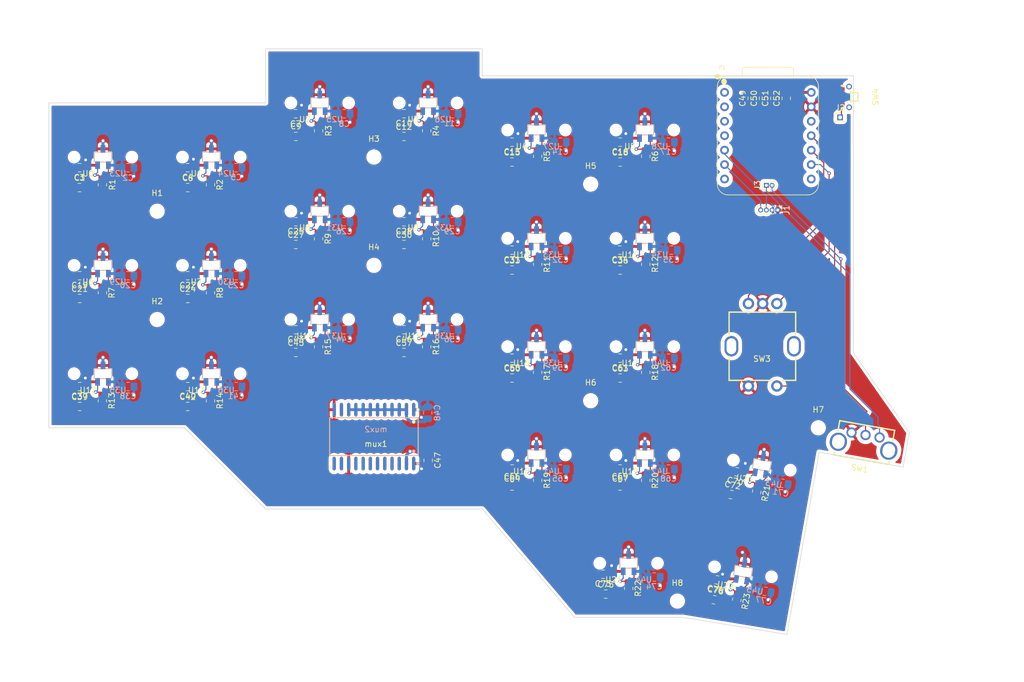
<source format=kicad_pcb>
(kicad_pcb (version 20241229) (generator "pcbnew") (generator_version "9.0")
  (layers (0 "F.Cu" signal) (2 "B.Cu" signal) (13 "F.Paste" user) (15 "B.Paste" user) (5 "F.SilkS" user "F.Silkscreen") (7 "B.SilkS" user "B.Silkscreen") (1 "F.Mask" user) (3 "B.Mask" user) (25 "Edge.Cuts" user))
  (net 0 "")
  (net 1 "GND")
  (net 2 "K0")
  (net 3 "K1")
  (net 4 "K2")
  (net 5 "K3")
  (net 6 "K4")
  (net 7 "K5")
  (net 8 "K6")
  (net 9 "K7")
  (net 10 "K8")
  (net 11 "K9")
  (net 12 "K10")
  (net 13 "K11")
  (net 14 "K12")
  (net 15 "K13")
  (net 16 "K14")
  (net 17 "K15")
  (net 18 "K16")
  (net 19 "K17")
  (net 20 "K18")
  (net 21 "K19")
  (net 22 "K20")
  (net 23 "K21")
  (net 24 "K22")
  (net 25 "SDA")
  (net 26 "encoderBtn1")
  (net 27 "MUX1")
  (net 28 "enco1A")
  (net 29 "S3")
  (net 30 "VBUS")
  (net 32 "S1")
  (net 33 "S2")
  (net 34 "SCL")
  (net 35 "S0")
  (net 36 "enco1B")
  (net 37 "MUX2")
  (net 38 "Net-(U1-VOUT)")
  (net 39 "Net-(U2-VOUT)")
  (net 40 "Net-(U10-VOUT)")
  (net 41 "Net-(U11-VOUT)")
  (net 42 "Net-(U12-VOUT)")
  (net 43 "Net-(U13-VOUT)")
  (net 44 "Net-(U14-VOUT)")
  (net 45 "Net-(U15-VOUT)")
  (net 46 "Net-(U16-VOUT)")
  (net 47 "Net-(U17-VOUT)")
  (net 48 "Net-(U18-VOUT)")
  (net 49 "Net-(U19-VOUT)")
  (net 50 "Net-(U20-VOUT)")
  (net 51 "Net-(U21-VOUT)")
  (net 52 "Net-(U22-VOUT)")
  (net 53 "Net-(U26-VOUT)")
  (net 54 "Net-(U27-VOUT)")
  (net 55 "Net-(U28-VOUT)")
  (net 56 "Net-(U29-VOUT)")
  (net 57 "Net-(U30-VOUT)")
  (net 58 "Net-(U31-VOUT)")
  (net 59 "Net-(U32-VOUT)")
  (net 60 "Net-(U0-VOUT)")
  (net 64 "Net-(J2-Pin_1)")
  (net 66 "Net-(J3-Pin_1)")
  (net 67 "Net-(J3-Pin_2)")
  (footprint "Resistor_SMD:R_0805_2012Metric_Pad1.20x1.40mm_HandSolder" (layer "F.Cu") (at 57 90.5 -90)
    (property "Reference" "R14")
    (property "Value" "10k")
  )
  (footprint "Resistor_SMD:R_0805_2012Metric_Pad1.20x1.40mm_HandSolder" (layer "F.Cu") (at 95 62 -90)
    (property "Reference" "R10")
    (property "Value" "10k")
  )
  (footprint "footprints:SOT-23-3_L2.9-W1.6-P1.90-LS2.8-BR" (layer "F.Cu") (at 57.15 66.675)
    (property "Reference" "U7")
    (property "Value" "HX6659ISO-B")
  )
  (footprint "Capacitor_SMD:C_0805_2012Metric_Pad1.18x1.45mm_HandSolder" (layer "F.Cu") (at 91 63)
    (property "Reference" "C30")
    (property "Value" "100nF")
  )
  (footprint "Resistor_SMD:R_0805_2012Metric_Pad1.20x1.40mm_HandSolder" (layer "F.Cu") (at 130.5 123.5 -90)
    (property "Reference" "R22")
    (property "Value" "10k")
  )
  (footprint "Capacitor_SMD:C_0805_2012Metric_Pad1.18x1.45mm_HandSolder" (layer "F.Cu") (at 53 68.5 180)
    (property "Reference" "C22")
    (property "Value" "100nF")
  )
  (footprint "Capacitor_SMD:C_0805_2012Metric_Pad1.18x1.45mm_HandSolder" (layer "F.Cu") (at 128.9625 105.5)
    (property "Reference" "C69")
    (property "Value" "100nF")
  )
  (footprint "Capacitor_SMD:C_0805_2012Metric_Pad1.18x1.45mm_HandSolder" (layer "F.Cu") (at 129 45 180)
    (property "Reference" "C16")
    (property "Value" "100nF")
  )
  (footprint "Capacitor_SMD:C_0805_2012Metric_Pad1.18x1.45mm_HandSolder" (layer "F.Cu") (at 34 88 180)
    (property "Reference" "C37")
    (property "Value" "100nF")
  )
  (footprint "Capacitor_SMD:C_0805_2012Metric_Pad1.18x1.45mm_HandSolder" (layer "F.Cu") (at 91 59 180)
    (property "Reference" "C28")
    (property "Value" "100nF")
  )
  (footprint "footprints:SOT-23-3_L2.9-W1.6-P1.90-LS2.8-BR" (layer "F.Cu") (at 150.601295 120.571793 -10)
    (property "Reference" "U22")
    (property "Value" "HX6659ISO-B")
  )
  (footprint "Resistor_SMD:R_0805_2012Metric_Pad1.20x1.40mm_HandSolder" (layer "F.Cu") (at 114.5 47.5 -90)
    (property "Reference" "R5")
    (property "Value" "10k")
  )
  (footprint "Resistor_SMD:R_0805_2012Metric_Pad1.20x1.40mm_HandSolder" (layer "F.Cu") (at 149.5 125.5 -100)
    (property "Reference" "R23")
    (property "Value" "10k")
  )
  (footprint "Capacitor_SMD:C_0805_2012Metric_Pad1.18x1.45mm_HandSolder" (layer "F.Cu") (at 149.5 103 170)
    (property "Reference" "C70")
    (property "Value" "100nF")
  )
  (footprint "Resistor_SMD:R_0805_2012Metric_Pad1.20x1.40mm_HandSolder" (layer "F.Cu") (at 153 106.5 -100)
    (property "Reference" "R21")
    (property "Value" "10k")
  )
  (footprint "footprints:SOT-23-3_L2.9-W1.6-P1.90-LS2.8-BR" (layer "F.Cu") (at 153.909293 101.811205 -10)
    (property "Reference" "U20")
    (property "Value" "HX6659ISO-B")
  )
  (footprint "Capacitor_SMD:C_0805_2012Metric_Pad1.18x1.45mm_HandSolder" (layer "F.Cu") (at 129 48.5)
    (property "Reference" "C18")
    (property "Value" "100nF")
  )
  (footprint "Capacitor_SMD:C_0805_2012Metric_Pad1.18x1.45mm_HandSolder" (layer "F.Cu") (at 53 53)
    (property "Reference" "C6")
    (property "Value" "100nF")
  )
  (footprint "Capacitor_SMD:C_0805_2012Metric_Pad1.18x1.45mm_HandSolder" (layer "F.Cu") (at 126.4625 124.5)
    (property "Reference" "C75")
    (property "Value" "100nF")
  )
  (footprint "Capacitor_SMD:C_0805_2012Metric_Pad1.18x1.45mm_HandSolder" (layer "F.Cu") (at 91 82)
    (property "Reference" "C57")
    (property "Value" "100nF")
  )
  (footprint "Capacitor_SMD:C_0805_2012Metric_Pad1.18x1.45mm_HandSolder" (layer "F.Cu") (at 154.2 37.3 90)
    (property "Reference" "C50")
    (property "Value" "100n")
  )
  (footprint "MountingHole:MountingHole_2.2mm_M2" (layer "F.Cu") (at 47.625 57.15)
    (property "Reference" "H1")
    (property "Value" "MountingHole")
  )
  (footprint "Resistor_SMD:R_0805_2012Metric_Pad1.20x1.40mm_HandSolder" (layer "F.Cu") (at 133.5 66.5 -90)
    (property "Reference" "R12")
    (property "Value" "10k")
  )
  (footprint "Capacitor_SMD:C_0805_2012Metric_Pad1.18x1.45mm_HandSolder" (layer "F.Cu") (at 110 105.5)
    (property "Reference" "C66")
    (property "Value" "100nF")
  )
  (footprint "footprints:SOT-23-3_L2.9-W1.6-P1.90-LS2.8-BR" (layer "F.Cu") (at 57.15 47.625)
    (property "Reference" "U1")
    (property "Value" "HX6659ISO-B")
  )
  (footprint "Capacitor_SMD:C_0805_2012Metric_Pad1.18x1.45mm_HandSolder" (layer "F.Cu") (at 72 63)
    (property "Reference" "C27")
    (property "Value" "100nF")
  )
  (footprint "Connector_PinHeader_1.00mm:PinHeader_1x02_P1.00mm_Vertical" (layer "F.Cu") (at 154.7 52.6 90)
    (property "Reference" "J3")
    (property "Value" "Conn_01x02_Socket")
  )
  (footprint "Resistor_SMD:R_0805_2012Metric_Pad1.20x1.40mm_HandSolder" (layer "F.Cu") (at 114.5 66.5 -90)
    (property "Reference" "R11")
    (property "Value" "10k")
  )
  (footprint "footprints:SOT-23-3_L2.9-W1.6-P1.90-LS2.8-BR" (layer "F.Cu") (at 130.4925 119.0625)
    (property "Reference" "U21")
    (property "Value" "HX6659ISO-B")
  )
  (footprint "Capacitor_SMD:C_0805_2012Metric_Pad1.18x1.45mm_HandSolder" (layer "F.Cu") (at 34 68.5 180)
    (property "Reference" "C19")
    (property "Value" "100nF")
  )
  (footprint "Resistor_SMD:R_0805_2012Metric_Pad1.20x1.40mm_HandSolder" (layer "F.Cu") (at 57 71.5 -90)
    (property "Reference" "R8")
    (property "Value" "10k")
  )
  (footprint "Resistor_SMD:R_0805_2012Metric_Pad1.20x1.40mm_HandSolder" (layer "F.Cu") (at 38 90.5 -90)
    (property "Reference" "R13")
    (property "Value" "10k")
  )
  (footprint "footprints:SOT-23-3_L2.9-W1.6-P1.90-LS2.8-BR" (layer "F.Cu") (at 95.25 38.1)
    (property "Reference" "U3")
    (property "Value" "HX6659ISO-B")
  )
  (footprint "Capacitor_SMD:C_0805_2012Metric_Pad1.18x1.45mm_HandSolder" (layer "F.Cu") (at 110 102.5 180)
    (property "Reference" "C64")
    (property "Value" "100nF")
  )
  (footprint "footprints:SOT-23-3_L2.9-W1.6-P1.90-LS2.8-BR" (layer "F.Cu") (at 114.3 80.9625)
    (property "Reference" "U16")
    (property "Value" "HX6659ISO-B")
  )
  (footprint "footprints:SW-TH_EC10EXXXXXXX" (layer "F.Cu") (at 171.959655 97.50092 170)
    (property "Reference" "SW1")
    (property "Value" "~")
  )
  (footprint "Resistor_SMD:R_0805_2012Metric_Pad1.20x1.40mm_HandSolder" (layer "F.Cu") (at 76 43 -90)
    (property "Reference" "R3")
    (property "Value" "10k")
  )
  (footprint "Capacitor_SMD:C_0805_2012Metric_Pad1.18x1.45mm_HandSolder" (layer "F.Cu") (at 126 121 180)
    (property "Reference" "C73")
    (property "Value" "100nF")
  )
  (footprint "footprints:SOT-23-3_L2.9-W1.6-P1.90-LS2.8-BR" (layer "F.Cu") (at 133.35 42.8625)
    (property "Reference" "U5")
    (property "Value" "HX6659ISO-B")
  )
  (footprint "Capacitor_SMD:C_0805_2012Metric_Pad1.18x1.45mm_HandSolder" (layer "F.Cu") (at 148.5 107 -10)
    (property "Reference" "C72")
    (property "Value" "100nF")
  )
  (footprint "Capacitor_SMD:C_0805_2012Metric_Pad1.18x1.45mm_HandSolder" (layer "F.Cu") (at 129 83 180)
    (property "Reference" "C61")
    (property "Value" "100nF")
  )
  (footprint "Capacitor_SMD:C_0805_2012Metric_Pad1.18x1.45mm_HandSolder" (layer "F.Cu") (at 91 78 180)
    (property "Reference" "C46")
    (property "Value" "100nF")
  )
  (footprint "footprints:SOT-23-3_L2.9-W1.6-P1.90-LS2.8-BR" (layer "F.Cu") (at 38.1 47.625)
    (property "Reference" "U0")
    (property "Value" "HX6659ISO-B")
  )
  (footprint "Capacitor_SMD:C_0805_2012Metric_Pad1.18x1.45mm_HandSolder" (layer "F.Cu") (at 91 44)
    (property "Reference" "C12")
    (property "Value" "100nF")
  )
  (footprint "footprints:SOT-23-3_L2.9-W1.6-P1.90-LS2.8-BR" (layer "F.Cu") (at 114.3 42.8625)
    (property "Reference" "U4")
    (property "Value" "HX6659ISO-B")
  )
  (footprint "Capacitor_SMD:C_0805_2012Metric_Pad1.18x1.45mm_HandSolder" (layer "F.Cu") (at 145.5 125.5 -10)
    (property "Reference" "C78")
    (property "Value" "100nF")
  )
  (footprint "Resistor_SMD:R_0805_2012Metric_Pad1.20x1.40mm_HandSolder" (layer "F.Cu") (at 57 52.5 -90)
    (property "Reference" "R2")
    (property "Value" "10k")
  )
  (footprint "Capacitor_SMD:C_0805_2012Metric_Pad1.18x1.45mm_HandSolder" (layer "F.Cu") (at 53 91.5)
    (property "Reference" "C42")
    (property "Value" "100nF")
  )
  (footprint "Connector_PinHeader_1.00mm:PinHeader_1x04_P1.00mm_Vertical" (layer "F.Cu") (at 156.7 56.95 -90)
    (property "Reference" "J1")
    (property "Value" "Display conector")
  )
  (footprint "footprints:XIAO-nRF52840-DIP-Bare" (layer "F.Cu") (at 154.97 43.87)
    (property "Reference" "P1")
    (property "Value" "Xiao nRF52840")
  )
  (footprint "Capacitor_SMD:C_0805_2012Metric_Pad1.18x1.45mm_HandSolder" (layer "F.Cu") (at 146 122 170)
    (property "Reference" "C76")
    (property "Value" "100nF")
  )
  (footprint "Capacitor_SMD:C_0805_2012Metric_Pad1.18x1.45mm_HandSolder" (layer "F.Cu") (at 71.9625 40 180)
    (property "Reference" "C7")
    (property "Value" "100nF")
  )
  (footprint "Resistor_SMD:R_0805_2012Metric_Pad1.20x1.40mm_HandSolder" (layer "F.Cu") (at 133.5 47.5 -90)
    (property "Reference" "R6")
    (property "Value" "10k")
  )
  (footprint "Capacitor_SMD:C_0805_2012Metric_Pad1.18x1.45mm_HandSolder" (layer "F.Cu") (at 34 49.5 180)
    (property "Reference" "C1")
    (property "Value" "100nF")
  )
  (footprint "footprints:SOT-23-3_L2.9-W1.6-P1.90-LS2.8-BR" (layer "F.Cu") (at 95.25 76.2)
    (property "Reference" "U15")
    (property "Value" "HX6659ISO-B")
  )
  (footprint "Capacitor_SMD:C_0805_2012Metric_Pad1.18x1.45mm_HandSolder" (layer "F.Cu") (at 156.19 37.3 90)
    (property "Reference" "C51")
    (property "Value" "100n")
  )
  (footprint "Capacitor_SMD:C_0805_2012Metric_Pad1.18x1.45mm_HandSolder" (layer "F.Cu") (at 129 102.5 180)
    (property "Reference" "C67")
    (property "Value" "100nF")
  )
  (footprint "footprints:SOT-23-3_L2.9-W1.6-P1.90-LS2.8-BR" (layer "F.Cu") (at 38.1 66.675)
    (property "Reference" "U6")
    (property "Value" "HX6659ISO-B")
  )
  (footprint "MountingHole:MountingHole_2.2mm_M2" (layer "F.Cu") (at 163.83 95.25)
    (property "Reference" "H7")
    (property "Value" "MountingHole")
  )
  (footprint "footprints:SOT-23-3_L2.9-W1.6-P1.90-LS2.8-BR" (layer "F.Cu") (at 133.35 100.0125)
    (property "Reference" "U19")
    (property "Value" "HX6659ISO-B")
  )
  (footprint "Resistor_SMD:R_0805_2012Metric_Pad1.20x1.40mm_HandSolder" (layer "F.Cu") (at 76 62 -90)
    (property "Reference" "R9")
    (property "Value" "10k")
  )
  (footprint "Capacitor_SMD:C_0805_2012Metric_Pad1.18x1.45mm_HandSolder" (layer "F.Cu") (at 72 44)
    (property "Reference" "C9")
    (property "Value" "100nF")
  )
  (footprint "footprints:SOT-23-3_L2.9-W1.6-P1.90-LS2.8-BR" (layer "F.Cu") (at 76.2 76.2)
    (property "Reference" "U14")
    (property "Value" "HX6659ISO-B")
  )
  (footprint "Capacitor_SMD:C_0805_2012Metric_Pad1.18x1.45mm_HandSolder" (layer "F.Cu") (at 72 59 180)
    (property "Reference" "C25")
    (property "Value" "100nF")
  )
  (footprint "MountingHole:MountingHole_2.2mm_M2" (layer "F.Cu") (at 85.725 66.675)
    (property "Reference" "H4")
    (property "Value" "MountingHole")
  )
  (footprint "Resistor_SMD:R_0805_2012Metric_Pad1.20x1.40mm_HandSolder" (layer "F.Cu") (at 76 81 -90)
    (property "Reference" "R15")
    (property "Value" "10k")
  )
  (footprint "Resistor_SMD:R_0805_2012Metric_Pad1.20x1.40mm_HandSolder" (layer "F.Cu") (at 95 43 -90)
    (property "Reference" "R4")
    (property "Value" "10k")
  )
  (footprint "MountingHole:MountingHole_2.2mm_M2" (layer "F.Cu") (at 123.825 90.4875)
    (property "Reference" "H6")
    (property "Value" "MountingHole")
  )
  (footprint "Resistor_SMD:R_0805_2012Metric_Pad1.20x1.40mm_HandSolder" (layer "F.Cu") (at 38 71.5 -90)
    (property "Reference" "R7")
    (property "Value" "10k")
  )
  (footprint "Capacitor_SMD:C_0805_2012Metric_Pad1.18x1.45mm_HandSolder" (layer "F.Cu") (at 110 48.5)
    (property "Reference" "C15")
    (property "Value" "100nF")
  )
  (footprint "Capacitor_SMD:C_0805_2012Metric_Pad1.18x1.45mm_HandSolder" (layer "F.Cu") (at 129 67.5)
    (property "Reference" "C36")
    (property "Value" "100nF")
  )
  (footprint "Capacitor_SMD:C_0805_2012Metric_Pad1.18x1.45mm_HandSolder" (layer "F.Cu") (at 110 86.5)
    (property "Reference" "C60")
    (property "Value" "100nF")
  )
  (footprint "footprints:SOT-23-3_L2.9-W1.6-P1.90-LS2.8-BR" (layer "F.Cu") (at 76.2 57.15)
    (property "Reference" "U8")
    (property "Value" "HX6659ISO-B")
  )
  (footprint "MountingHole:MountingHole_2.2mm_M2" (layer "F.Cu") (at 139.065 125.73)
    (property "Reference" "H8")
    (property "Value" "MountingHole")
  )
  (footprint "footprints:SOT-23-3_L2.9-W1.6-P1.90-LS2.8-BR" (layer "F.Cu") (at 76.2 38.1)
    (property "Reference" "U2")
    (property "Value" "HX6659ISO-B")
  )
  (footprint "Capacitor_SMD:C_0805_2012Metric_Pad1.18x1.45mm_HandSolder" (layer "F.Cu") (at 72 82)
    (property "Reference" "C45")
    (property "Value" "100nF")
  )
  (footprint "Capacitor_SMD:C_0805_2012Metric_Pad1.18x1.45mm_HandSolder" (layer "F.Cu") (at 53 49.5 180)
    (property "Reference" "C4")
    (property "Value" "100nF")
  )
  (footprint "footprints:SW-SMD_TCEPQR" (layer "F.Cu") (at 168.84 37.055 -90)
    (property "Reference" "SW4")
    (property "Value" "~")
  )
  (footprint "Resistor_SMD:R_0805_2012Metric_Pad1.20x1.40mm_HandSolder" (layer "F.Cu") (at 114.5 104.5 -90)
    (property "Reference" "R19")
    (property "Value" "10k")
  )
  (footprint "footprints:SOT-23-3_L2.9-W1.6-P1.90-LS2.8-BR" (layer "F.Cu") (at 38.1 85.725)
    (property "Reference" "U12")
    (property "Value" "HX6659ISO-B")
  )
  (footprint "footprints:SOIC-24_L15.4-W7.5-P1.27-LS10.3-BL" (layer "F.Cu") (at 85.725 96.8 180)
    (property "Reference" "mux1")
    (property "Value" "CD74HC4067M96")
  )
  (footprint "footprints:SOT-23-3_L2.9-W1.6-P1.90-LS2.8-BR" (layer "F.Cu") (at 114.3 100.0125)
    (property "Reference" "U18")
    (property "Value" "HX6659ISO-B")
  )
  (footprint "Capacitor_SMD:C_0805_2012Metric_Pad1.18x1.45mm_HandSolder" (layer "F.Cu") (at 91 40 180)
    (property "Reference" "C10")
    (property "Value" "100nF")
  )
  (footprint "MountingHole:MountingHole_2.2mm_M2" (layer "F.Cu") (at 85.725 47.625)
    (property "Reference" "H3")
    (property "Value" "MountingHole")
  )
  (footprint "Capacitor_SMD:C_0805_2012Metric_Pad1.18x1.45mm_HandSolder" (layer "F.Cu") (at 158.2 37.3 90)
    (property "Reference" "C52")
    (property "Value" "100n")
  )
  (footprint "Connector_PinHeader_1.27mm:PinHeader_1x01_P1.27mm_Vertical" (layer "F.Cu") (at 167.67 40.645)
    (property "Reference" "J2")
    (property "Value" "Conn_01x01_Socket")
  )
  (footprint "Capacitor_SMD:C_0805_2012Metric_Pad1.18x1.45mm_HandSolder" (layer "F.Cu") (at 152.2 37.3 90)
    (property "Reference" "C49")
    (property "Value" "100n")
  )
  (footprint "Capacitor_SMD:C_0805_2012Metric_Pad1.18x1.45mm_HandSolder" (layer "F.Cu") (at 53 88 180)
    (property "Reference" "C40")
    (property "Value" "100nF")
  )
  (footprint "footprints:SW-TH_EC11NXXXX" (layer "F.Cu") (at 153.95 80.9 180)
    (property "Reference" "SW3")
    (property "Value" "EC11N1520401")
  )
  (footprint "Resistor_SMD:R_0805_2012Metric_Pad1.20x1.40mm_HandSolder" (layer "F.Cu") (at 38 52.5 -90)
    (property "Reference" "R1")
    (property "Value" "10k")
  )
  (footprint "footprints:SOT-23-3_L2.9-W1.6-P1.90-LS2.8-BR" (layer "F.Cu") (at 114.3 61.9125)
    (property "Reference" "U10")
    (property "Value" "HX6659ISO-B")
  )
  (footprint "Resistor_SMD:R_0805_2012Metric_Pad1.20x1.40mm_HandSolder" (layer "F.Cu") (at 95 81 -90)
    (property "Reference" "R16")
    (property "Value" "10k")
  )
  (footprint "footprints:SOT-23-3_L2.9-W1.6-P1.90-LS2.8-BR" (layer "F.Cu") (at 57.15 85.725)
    (property "Reference" "U13")
    (property "Value" "HX6659ISO-B")
  )
  (footprint "MountingHole:MountingHole_2.2mm_M2" (layer "F.Cu") (at 47.625 76.2)
    (property "Reference" "H2")
    (property "Value" "MountingHole")
  )
  (footprint "Capacitor_SMD:C_0805_2012Metric_Pad1.18x1.45mm_HandSolder" (layer "F.Cu") (at 33.9625 53)
    (property "Reference" "C3")
    (property "Value" "100nF")
  )
  (footprint "Resistor_SMD:R_0805_2012Metric_Pad1.20x1.40mm_HandSolder" (layer "F.Cu") (at 133.5 104.5 -90)
    (property "Reference" "R20")
    (property "Value" "10k")
  )
  (footprint "Resistor_SMD:R_0805_2012Metric_Pad1.20x1.40mm_HandSolder" (layer "F.Cu") (at 114.5 85.5 -90)
    (property "Reference" "R17")
    (property "Value" "10k")
  )
  (footprint "Capacitor_SMD:C_0805_2012Metric_Pad1.18x1.45mm_HandSolder" (layer "F.Cu") (at 95.25 100.965 -90)
    (property "Reference" "C47")
    (property "Value" "100n")
  )
  (footprint "footprints:SOT-23-3_L2.9-W1.6-P1.90-LS2.8-BR" (layer "F.Cu") (at 95.25 57.15)
    (property "Reference" "U9")
    (property "Value" "HX6659ISO-B")
  )
  (footprint "Capacitor_SMD:C_0805_2012Metric_Pad1.18x1.45mm_HandSolder" (layer "F.Cu") (at 110 45 180)
    (property "Reference" "C13")
    (property "Value" "100nF")
  )
  (footprint "Capacitor_SMD:C_0805_2012Metric_Pad1.18x1.45mm_HandSolder" (layer "F.Cu") (at 72 78 180)
    (property "Reference" "C43")
    (property "Value" "100nF")
  )
  (footprint "MountingHole:MountingHole_2.2mm_M2" (layer "F.Cu") (at 123.825 52.3875)
    (property "Reference" "H5")
    (property "Value" "MountingHole")
  )
  (footprint "Resistor_SMD:R_0805_2012Metric_Pad1.20x1.40mm_HandSolder" (layer "F.Cu") (at 133.5 85.5 -90)
    (property "Reference" "R18")
    (property "Value" "10k")
  )
  (footprint "Capacitor_SMD:C_0805_2012Metric_Pad1.18x1.45mm_HandSolder" (layer "F.Cu") (at 128.9625 64 180)
    (property "Reference" "C34")
    (property "Value" "100nF")
  )
  (footprint "Capacitor_SMD:C_0805_2012Metric_Pad1.18x1.45mm_HandSolder" (layer "F.Cu") (at 34 91.5)
    (property "Reference" "C39")
    (property "Value" "100nF")
  )
  (footprint "Capacitor_SMD:C_0805_2012Metric_Pad1.18x1.45mm_HandSolder" (layer "F.Cu") (at 110 64 180)
    (property "Reference" "C31")
    (property "Value" "100nF")
  )
  (footprint "Capacitor_SMD:C_0805_2012Metric_Pad1.18x1.45mm_HandSolder" (layer "F.Cu") (at 53 72.5)
    (property "Reference" "C24")
    (property "Value" "100nF")
  )
  (footprint "footprints:SOT-23-3_L2.9-W1.6-P1.90-LS2.8-BR" (layer "F.Cu") (at 133.35 61.9125)
    (property "Reference" "U11")
    (property "Value" "HX6659ISO-B")
  )
  (footprint "Capacitor_SMD:C_0805_2012Metric_Pad1.18x1.45mm_HandSolder" (layer "F.Cu") (at 110 83 180)
    (property "Reference" "C58")
    (property "Value" "100nF")
  )
  (footprint "Capacitor_SMD:C_0805_2012Metric_Pad1.18x1.45mm_HandSolder" (layer "F.Cu") (at 129 86.5)
    (property "Reference" "C63")
    (property "Value" "100nF")
  )
  (footprint "Capacitor_SMD:C_0805_2012Metric_Pad1.18x1.45mm_HandSolder" (layer "F.Cu") (at 34 72.5)
    (property "Reference" "C21")
    (property "Value" "100nF")
  )
  (footprint "Capacitor_SMD:C_0805_2012Metric_Pad1.18x1.45mm_HandSolder" (layer "F.Cu") (at 110 67.5)
    (property "Reference" "C33")
    (property "Value" "100nF")
  )
  (footprint "footprints:SOT-23-3_L2.9-W1.6-P1.90-LS2.8-BR" (layer "F.Cu") (at 133.35 80.9625)
    (property "Reference" "U17")
    (property "Value" "HX6659ISO-B")
  )
  (footprint "Capacitor_SMD:C_0805_2012Metric_Pad1.18x1.45mm_HandSolder" (layer "B.Cu") (at 42.5 88)
    (property "Reference" "C38")
    (property "Value" "100nF")
  )
  (footprint "Capacitor_SMD:C_0805_2012Metric_Pad1.18x1.45mm_HandSolder" (layer "B.Cu") (at 137.5 102.5)
    (property "Reference" "C68")
    (property "Value" "100nF")
  )
  (footprint "Capacitor_SMD:C_0805_2012Metric_Pad1.18x1.45mm_HandSolder" (layer "B.Cu") (at 99.5 59)
    (property "Reference" "C29")
    (property "Value" "100nF")
  )
  (footprint "Capacitor_SMD:C_0805_2012Metric_Pad1.18x1.45mm_HandSolder" (layer "B.Cu") (at 118.5 64)
    (property "Reference" "C32")
    (property "Value" "100nF")
  )
  (footprint "Capacitor_SMD:C_0805_2012Metric_Pad1.18x1.45mm_HandSolder" (layer "B.Cu") (at 138 64)
    (property "Reference" "C35")
    (property "Value" "100nF")
  )
  (footprint "Capacitor_SMD:C_0805_2012Metric_Pad1.18x1.45mm_HandSolder" (layer "B.Cu") (at 99.5 40)
    (property "Reference" "C11")
    (property "Value" "100nF")
  )
  (footprint "footprints:SOT-23-3_L2.9-W1.6-P1.90-LS2.8-BR" (layer "B.Cu") (at 114.3 42.8625 180)
    (property "Reference" "U27")
    (property "Value" "HX6659ISO-B")
  )
  (footprint "footprints:SOT-23-3_L2.9-W1.6-P1.90-LS2.8-BR" (layer "B.Cu") (at 133.35 80.9625 180)
    (property "Reference" "U40")
    (property "Value" "HX6659ISO-B")
  )
  (footprint "Capacitor_SMD:C_0805_2012Metric_Pad1.18x1.45mm_HandSolder" (layer "B.Cu") (at 42.5 49.5)
    (property "Reference" "C2")
    (property "Value" "100nF")
  )
  (footprint "footprints:SOT-23-3_L2.9-W1.6-P1.90-LS2.8-BR" (layer "B.Cu") (at 150.601295 120.571793 170)
    (property "Reference" "U45")
    (property "Value" "HX6659ISO-B")
  )
  (footprint "footprints:SOT-23-3_L2.9-W1.6-P1.90-LS2.8-BR" (layer "B.Cu") (at 76.2 76.2 180)
    (property "Reference" "U37")
    (property "Value" "HX6659ISO-B")
  )
  (footprint "footprints:SOT-23-3_L2.9-W1.6-P1.90-LS2.8-BR" (layer "B.Cu") (at 133.35 61.9125 180)
    (property "Reference" "U34")
    (property "Value" "HX6659ISO-B")
  )
  (footprint "Capacitor_SMD:C_0805_2012Metric_Pad1.18x1.45mm_HandSolder" (layer "B.Cu") (at 154.5 124 -10)
    (property "Reference" "C77")
    (property "Value" "100nF")
  )
  (footprint "footprints:SOT-23-3_L2.9-W1.6-P1.90-LS2.8-BR" (layer "B.Cu") (at 57.15 85.725 180)
    (property "Reference" "U36")
    (property "Value" "HX6659ISO-B")
  )
  (footprint "Capacitor_SMD:C_0805_2012Metric_Pad1.18x1.45mm_HandSolder" (layer "B.Cu") (at 61.5 88)
    (property "Reference" "C41")
    (property "Value" "100nF")
  )
  (footprint "footprints:SOT-23-3_L2.9-W1.6-P1.90-LS2.8-BR" (layer "B.Cu") (at 76.2 57.15 180)
    (property "Reference" "U31")
    (property "Value" "HX6659ISO-B")
  )
  (footprint "footprints:SOT-23-3_L2.9-W1.6-P1.90-LS2.8-BR" (layer "B.Cu") (at 130.4925 119.0625 180)
    (property "Reference" "U44")
    (property "Value" "HX6659ISO-B")
  )
  (footprint "Capacitor_SMD:C_0805_2012Metric_Pad1.18x1.45mm_HandSolder" (layer "B.Cu") (at 157.5 105 -10)
    (property "Reference" "C71")
    (property "Value" "100nF")
  )
  (footprint "Capacitor_SMD:C_0805_2012Metric_Pad1.18x1.45mm_HandSolder" (layer "B.Cu") (at 61.5 49.5)
    (property "Reference" "C5")
    (property "Value" "100nF")
  )
  (footprint "footprints:SOT-23-3_L2.9-W1.6-P1.90-LS2.8-BR" (layer "B.Cu") (at 38.1 47.625 180)
    (property "Reference" "U23")
    (property "Value" "HX6659ISO-B")
  )
  (footprint "Capacitor_SMD:C_0805_2012Metric_Pad1.18x1.45mm_HandSolder" (layer "B.Cu") (at 80.5 78)
    (property "Reference" "C44")
    (property "Value" "100nF")
  )
  (footprint "footprints:SOT-23-3_L2.9-W1.6-P1.90-LS2.8-BR" (layer "B.Cu") (at 95.25 57.15 180)
    (property "Reference" "U32")
    (property "Value" "HX6659ISO-B")
  )
  (footprint "Capacitor_SMD:C_0805_2012Metric_Pad1.18x1.45mm_HandSolder" (layer "B.Cu") (at 135 121.5)
    (property "Reference" "C74")
    (property "Value" "100nF")
  )
  (footprint "Capacitor_SMD:C_0805_2012Metric_Pad1.18x1.45mm_HandSolder" (layer "B.Cu") (at 118.5 102.5)
    (property "Reference" "C65")
    (property "Value" "100nF")
  )
  (footprint "footprints:SOT-23-3_L2.9-W1.6-P1.90-LS2.8-BR" (layer "B.Cu") (at 95.25 76.2 180)
    (property "Reference" "U38")
    (property "Value" "HX6659ISO-B")
  )
  (footprint "Capacitor_SMD:C_0805_2012Metric_Pad1.18x1.45mm_HandSolder" (layer "B.Cu") (at 95.175 92.6125 90)
    (property "Reference" "C48")
    (property "Value" "100n")
  )
  (footprint "footprints:SOT-23-3_L2.9-W1.6-P1.90-LS2.8-BR" (layer "B.Cu") (at 133.35 100.0125 180)
    (property "Reference" "U42")
    (property "Value" "HX6659ISO-B")
  )
  (footprint "Capacitor_SMD:C_0805_2012Metric_Pad1.18x1.45mm_HandSolder" (layer "B.Cu") (at 80.5 40)
    (property "Reference" "C8")
    (property "Value" "100nF")
  )
  (footprint "Capacitor_SMD:C_0805_2012Metric_Pad1.18x1.45mm_HandSolder" (layer "B.Cu") (at 99.5 78)
    (property "Reference" "C56")
    (property "Value" "100nF")
  )
  (footprint "Capacitor_SMD:C_0805_2012Metric_Pad1.18x1.45mm_HandSolder" (layer "B.Cu") (at 80.5 59)
    (property "Reference" "C26")
    (property "Value" "100nF")
  )
  (footprint "Capacitor_SMD:C_0805_2012Metric_Pad1.18x1.45mm_HandSolder" (layer "B.Cu") (at 118.5 83)
    (property "Reference" "C59")
    (property "Value" "100nF")
  )
  (footprint "footprints:SOT-23-3_L2.9-W1.6-P1.90-LS2.8-BR" (layer "B.Cu") (at 57.15 47.625 180)
    (property "Reference" "U24")
    (property "Value" "HX6659ISO-B")
  )
  (footprint "Capacitor_SMD:C_0805_2012Metric_Pad1.18x1.45mm_HandSolder" (layer "B.Cu") (at 137.5 83)
    (property "Reference" "C62")
    (property "Value" "100nF")
  )
  (footprint "footprints:SOIC-24_L15.4-W7.5-P1.27-LS10.3-BL" (layer "B.Cu") (at 85.725 96.8 180)
    (property "Reference" "mux2")
    (property "Value" "CD74HC4067M96")
  )
  (footprint "Capacitor_SMD:C_0805_2012Metric_Pad1.18x1.45mm_HandSolder" (layer "B.Cu") (at 118.5 45)
    (property "Reference" "C14")
    (property "Value" "100nF")
  )
  (footprint "footprints:SOT-23-3_L2.9-W1.6-P1.90-LS2.8-BR" (layer "B.Cu") (at 95.25 38.1 180)
    (property "Reference" "U26")
    (property "Value" "HX6659ISO-B")
  )
  (footprint "footprints:SOT-23-3_L2.9-W1.6-P1.90-LS2.8-BR" (layer "B.Cu") (at 38.1 85.725 180)
    (property "Reference" "U35")
    (property "Value" "HX6659ISO-B")
  )
  (footprint "Capacitor_SMD:C_0805_2012Metric_Pad1.18x1.45mm_HandSolder" (layer "B.Cu") (at 42.5 68.5)
    (property "Reference" "C20")
    (property "Value" "100nF")
  )
  (footprint "footprints:SOT-23-3_L2.9-W1.6-P1.90-LS2.8-BR" (layer "B.Cu") (at 114.3 61.9125 180)
    (property "Reference" "U33")
    (property "Value" "HX6659ISO-B")
  )
  (footprint "footprints:SOT-23-3_L2.9-W1.6-P1.90-LS2.8-BR" (layer "B.Cu") (at 133.35 42.8625 180)
    (property "Reference" "U28")
    (property "Value" "HX6659ISO-B")
  )
  (footprint "Capacitor_SMD:C_0805_2012Metric_Pad1.18x1.45mm_HandSolder" (layer "B.Cu") (at 61.5 68.5)
    (property "Reference" "C23")
    (property "Value" "100nF")
  )
  (footprint "footprints:SOT-23-3_L2.9-W1.6-P1.90-LS2.8-BR" (layer "B.Cu") (at 76.2 38.1 180)
    (property "Reference" "U25")
    (property "Value" "HX6659ISO-B")
  )
  (footprint "footprints:SOT-23-3_L2.9-W1.6-P1.90-LS2.8-BR" (layer "B.Cu") (at 38.1 66.675 180)
    (property "Reference" "U29")
    (property "Value" "HX6659ISO-B")
  )
  (footprint "Capacitor_SMD:C_0805_2012Metric_Pad1.18x1.45mm_HandSolder" (layer "B.Cu") (at 137.5 45)
    (property "Reference" "C17")
    (property "Value" "100nF")
  )
  (footprint "footprints:SOT-23-3_L2.9-W1.6-P1.90-LS2.8-BR" (layer "B.Cu") (at 114.3 80.9625 180)
    (property "Reference" "U39")
    (property "Value" "HX6659ISO-B")
  )
  (footprint "footprints:SOT-23-3_L2.9-W1.6-P1.90-LS2.8-BR" (layer "B.Cu") (at 153.909293 101.811205 170)
    (property "Reference" "U43")
    (property "Value" "HX6659ISO-B")
  )
  (footprint "footprints:SOT-23-3_L2.9-W1.6-P1.90-LS2.8-BR" (layer "B.Cu") (at 57.15 66.675 180)
    (property "Reference" "U30")
    (property "Value" "HX6659ISO-B")
  )
  (footprint "footprints:SOT-23-3_L2.9-W1.6-P1.90-LS2.8-BR" (layer "B.Cu") (at 114.3 100.0125 180)
    (property "Reference" "U41")
    (property "Value" "HX6659ISO-B")
  )
  (gr_line (start 158.3275 131.605) (end 163.9825 99.5475) (stroke (width 0.1)) (layer "Edge.Cuts"))
  (gr_line (start 142.875 33.3375) (end 170 33.3375) (stroke (width 0.1)) (layer "Edge.Cuts"))
  (gr_line (start 28.575 38.1) (end 28.575 95.25) (stroke (width 0.1)) (layer "Edge.Cuts"))
  (gr_line (start 66.675 38.1) (end 66.675 28.575) (stroke (width 0.1)) (layer "Edge.Cuts"))
  (gr_line (start 179.815 96.0725) (end 169.9925 82.05) (stroke (width 0.1)) (layer "Edge.Cuts"))
  (gr_line (start 170 33.3375) (end 169.9925 82.05) (stroke (width 0.1)) (layer "Edge.Cuts"))
  (gr_line (start 104.775 28.575) (end 104.775 33.3375) (stroke (width 0.1)) (layer "Edge.Cuts"))
  (gr_line (start 120.9675 128.5875) (end 104.775 109.5375) (stroke (width 0.1)) (layer "Edge.Cuts"))
  (gr_line (start 104.775 109.5375) (end 66.6775 109.537) (stroke (width 0.1)) (layer "Edge.Cuts"))
  (gr_line (start 66.675 28.575) (end 104.775 28.575) (stroke (width 0.1)) (layer "Edge.Cuts"))
  (gr_line (start 28.575 38.1) (end 66.675 38.1) (stroke (width 0.1)) (layer "Edge.Cuts"))
  (gr_line (start 120.9675 128.5875) (end 140.0175 128.5875) (stroke (width 0.1)) (layer "Edge.Cuts"))
  (gr_line (start 52.4 95.25) (end 28.575 95.25) (stroke (width 0.1)) (layer "Edge.Cuts"))
  (gr_line (start 104.775 33.3375) (end 142.875 33.3375) (stroke (width 0.1)) (layer "Edge.Cuts"))
  (gr_line (start 140.0175 128.5875) (end 158.3275 131.605) (stroke (width 0.1)) (layer "Edge.Cuts"))
  (gr_line (start 163.98 99.5475) (end 178.755 102.15) (stroke (width 0.1)) (layer "Edge.Cuts"))
  (gr_line (start 66.6775 109.537) (end 52.4 95.25) (stroke (width 0.1)) (layer "Edge.Cuts"))
  (gr_line (start 178.755 102.15) (end 179.815 96.0725) (stroke (width 0.1)) (layer "Edge.Cuts"))
  (via (at 119.5 104) (size 0.8) (drill 0.5) (layers "F.Cu" "B.Cu") (net 1))
  (via (at 119.5 65.5) (size 0.8) (drill 0.5) (layers "F.Cu" "B.Cu") (net 1))
  (via (at 43.5 89.5) (size 0.8) (drill 0.5) (layers "F.Cu" "B.Cu") (net 1))
  (via (at 100.5 41.5) (size 0.8) (drill 0.5) (layers "F.Cu" "B.Cu") (net 1))
  (via (at 43.5 70) (size 0.8) (drill 0.5) (layers "F.Cu" "B.Cu") (net 1))
  (via (at 92.078697 99.398475) (size 0.8) (drill 0.5) (layers "F.Cu" "B.Cu") (net 1))
  (via (at 158 106.5) (size 0.8) (drill 0.5) (layers "F.Cu" "B.Cu") (net 1))
  (via (at 76.2 35.2425) (size 0.8) (drill 0.5) (layers "F.Cu" "B.Cu") (net 1))
  (via (at 136 123) (size 0.8) (drill 0.5) (layers "F.Cu" "B.Cu") (net 1))
  (via (at 138.5 46.5) (size 0.8) (drill 0.5) (layers "F.Cu" "B.Cu") (net 1))
  (via (at 100.5 79.5) (size 0.8) (drill 0.5) (layers "F.Cu" "B.Cu") (net 1))
  (via (at 81.5 41.5) (size 0.8) (drill 0.5) (layers "F.Cu" "B.Cu") (net 1))
  (via (at 38.1 82.8675) (size 0.8) (drill 0.5) (layers "F.Cu" "B.Cu") (net 1))
  (via (at 62.5 89.5) (size 0.8) (drill 0.5) (layers "F.Cu" "B.Cu") (net 1))
  (via (at 114.3 78.105) (size 0.8) (drill 0.5) (layers "F.Cu" "B.Cu") (net 1))
  (via (at 81.5 79.5) (size 0.8) (drill 0.5) (layers "F.Cu" "B.Cu") (net 1))
  (via (at 76.2 73.3425) (size 0.8) (drill 0.5) (layers "F.Cu" "B.Cu") (net 1))
  (via (at 57.15 82.8675) (size 0.8) (drill 0.5) (layers "F.Cu" "B.Cu") (net 1))
  (via (at 139 65.5) (size 0.8) (drill 0.5) (layers "F.Cu" "B.Cu") (net 1))
  (via (at 57.15 63.8175) (size 0.8) (drill 0.5) (layers "F.Cu" "B.Cu") (net 1))
  (via (at 57.15 44.7675) (size 0.8) (drill 0.5) (layers "F.Cu" "B.Cu") (net 1))
  (via (at 95.25 35.2425) (size 0.8) (drill 0.5) (layers "F.Cu" "B.Cu") (net 1))
  (via (at 133.35 59.055) (size 0.8) (drill 0.5) (layers "F.Cu" "B.Cu") (net 1))
  (via (at 138.5 84.5) (size 0.8) (drill 0.5) (layers "F.Cu" "B.Cu") (net 1))
  (via (at 62.5 51) (size 0.8) (drill 0.5) (layers "F.Cu" "B.Cu") (net 1))
  (via (at 133.35 78.105) (size 0.8) (drill 0.5) (layers "F.Cu" "B.Cu") (net 1))
  (via (at 150.495 117.1575) (size 0.8) (drill 0.5) (layers "F.Cu" "B.Cu") (net 1))
  (via (at 100.5 60.5) (size 0.8) (drill 0.5) (layers "F.Cu" "B.Cu") (net 1))
  (via (at 154.305 99.06) (size 0.8) (drill 0.5) (layers "F.Cu" "B.Cu") (net 1))
  (via (at 114.3 40.005) (size 0.8) (drill 0.5) (layers "F.Cu" "B.Cu") (net 1))
  (via (at 76.2 54.2925) (size 0.8) (drill 0.5) (layers "F.Cu" "B.Cu") (net 1))
  (via (at 38.1 63.8175) (size 0.8) (drill 0.5) (layers "F.Cu" "B.Cu") (net 1))
  (via (at 38.1 44.7675) (size 0.8) (drill 0.5) (layers "F.Cu" "B.Cu") (net 1))
  (via (at 62.5 70) (size 0.8) (drill 0.5) (layers "F.Cu" "B.Cu") (net 1))
  (via (at 81.5 60.5) (size 0.8) (drill 0.5) (layers "F.Cu" "B.Cu") (net 1))
  (via (at 114.3 59.055) (size 0.8) (drill 0.5) (layers "F.Cu" "B.Cu") (net 1))
  (via (at 130.4925 116.205) (size 0.8) (drill 0.5) (layers "F.Cu" "B.Cu") (net 1))
  (via (at 119.5 46.5) (size 0.8) (drill 0.5) (layers "F.Cu" "B.Cu") (net 1))
  (via (at 119.5 84.5) (size 0.8) (drill 0.5) (layers "F.Cu" "B.Cu") (net 1))
  (via (at 95.25 54.2925) (size 0.8) (drill 0.5) (layers "F.Cu" "B.Cu") (net 1))
  (via (at 114.3 97.155) (size 0.8) (drill 0.5) (layers "F.Cu" "B.Cu") (net 1))
  (via (at 155 125.5) (size 0.8) (drill 0.5) (layers "F.Cu" "B.Cu") (net 1))
  (via (at 133.35 97.155) (size 0.8) (drill 0.5) (layers "F.Cu" "B.Cu") (net 1))
  (via (at 43.5 51) (size 0.8) (drill 0.5) (layers "F.Cu" "B.Cu") (net 1))
  (via (at 95.25 73.3425) (size 0.8) (drill 0.5) (layers "F.Cu" "B.Cu") (net 1))
  (via (at 133.35 40.005) (size 0.8) (drill 0.5) (layers "F.Cu" "B.Cu") (net 1))
  (via (at 94.069521 93.41) (size 0.8) (drill 0.5) (layers "F.Cu" "B.Cu") (net 1))
  (via (at 138.5 104) (size 0.8) (drill 0.5) (layers "F.Cu" "B.Cu") (net 1))
  (segment (start 94.309521 93.65) (end 94.069521 93.41) (width 0.5) (layer "B.Cu") (net 1))
  (segment (start 91.445 92.06) (end 91.445 93.447968) (width 0.5) (layer "B.Cu") (net 1))
  (segment (start 81.5375 79.4625) (end 81.5 79.5) (width 0.5) (layer "B.Cu") (net 1))
  (segment (start 100.5375 40) (end 100.5375 41.4625) (width 0.5) (layer "B.Cu") (net 1))
  (segment (start 43.5375 50.9625) (end 43.5 51) (width 0.5) (layer "B.Cu") (net 1))
  (segment (start 43.5375 68.5) (end 43.5375 69.9625) (width 0.5) (layer "B.Cu") (net 1))
  (segment (start 81.285 92.06) (end 87.635 92.06) (width 0.5) (layer "B.Cu") (net 1))
  (segment (start 138.5375 45) (end 138.5375 46.4625) (width 0.5) (layer "B.Cu") (net 1))
  (segment (start 119.5375 83) (end 119.5375 84.4625) (width 0.5) (layer "B.Cu") (net 1))
  (segment (start 76.2 55.71) (end 76.2 54.2925) (width 0.5) (layer "B.Cu") (net 1))
  (segment (start 114.3 79.5225) (end 114.3 78.105) (width 0.5) (layer "B.Cu") (net 1))
  (segment (start 119.5375 103.9625) (end 119.5 104) (width 0.5) (layer "B.Cu") (net 1))
  (segment (start 91.445 93.447968) (end 92.203032 94.206) (width 0.5) (layer "B.Cu") (net 1))
  (segment (start 38.1 84.285) (end 38.1 82.8675) (width 0.5) (layer "B.Cu") (net 1))
  (segment (start 100.5375 60.4625) (end 100.5 60.5) (width 0.5) (layer "B.Cu") (net 1))
  (segment (start 119.5375 46.4625) (end 119.5 46.5) (width 0.5) (layer "B.Cu") (net 1))
  (segment (start 43.5375 88) (end 43.5375 89.4625) (width 0.5) (layer "B.Cu") (net 1))
  (segment (start 133.35 98.5725) (end 133.35 97.155) (width 0.5) (layer "B.Cu") (net 1))
  (segment (start 57.15 65.235) (end 57.15 63.8175) (width 0.5) (layer "B.Cu") (net 1))
  (segment (start 100.5375 79.4625) (end 100.5 79.5) (width 0.5) (layer "B.Cu") (net 1))
  (segment (start 158.521738 105.18016) (end 158.521738 105.978262) (width 0.5) (layer "B.Cu") (net 1))
  (segment (start 114.3 98.5725) (end 114.3 97.155) (width 0.5) (layer "B.Cu") (net 1))
  (segment (start 138.5375 83) (end 138.5375 84.4625) (width 0.5) (layer "B.Cu") (net 1))
  (segment (start 91.445 101.54) (end 91.445 100.032172) (width 0.5) (layer "B.Cu") (net 1))
  (segment (start 43.5375 89.4625) (end 43.5 89.5) (width 0.5) (layer "B.Cu") (net 1))
  (segment (start 154.159346 100.393082) (end 154.159346 99.205654) (width 0.5) (layer "B.Cu") (net 1))
  (segment (start 136.0375 121.5) (end 136.0375 122.9625) (width 0.5) (layer "B.Cu") (net 1))
  (segment (start 139.0375 64) (end 139.0375 65.4625) (width 0.5) (layer "B.Cu") (net 1))
  (segment (start 81.5375 41.4625) (end 81.5 41.5) (width 0.5) (layer "B.Cu") (net 1))
  (segment (start 43.5375 49.5) (end 43.5375 50.9625) (width 0.5) (layer "B.Cu") (net 1))
  (segment (start 95.25 74.76) (end 95.25 73.3425) (width 0.5) (layer "B.Cu") (net 1))
  (segment (start 136.0375 122.9625) (end 136 123) (width 0.5) (layer "B.Cu") (net 1))
  (segment (start 154.159346 99.205654) (end 154.305 99.06) (width 0.5) (layer "B.Cu") (net 1))
  (segment (start 38.1 46.185) (end 38.1 44.7675) (width 0.5) (layer "B.Cu") (net 1))
  (segment (start 91.445 100.032172) (end 92.078697 99.398475) (width 0.5) (layer "B.Cu") (net 1))
  (segment (start 38.1 65.235) (end 38.1 63.8175) (width 0.5) (layer "B.Cu") (net 1))
  (segment (start 94.619 94.206) (end 95.175 93.65) (width 0.5) (layer "B.Cu") (net 1))
  (segment (start 87.635 92.06) (end 91.445 92.06) (width 0.5) (layer "B.Cu") (net 1))
  (segment (start 100.5375 59) (end 100.5375 60.4625) (width 0.5) (layer "B.Cu") (net 1))
  (segment (start 155.521738 124.18016) (end 155.521738 124.978262) (width 0.5) (layer "B.Cu") (net 1))
  (segment (start 62.5375 89.4625) (end 62.5 89.5) (width 0.5) (layer "B.Cu") (net 1))
  (segment (start 114.3 60.4725) (end 114.3 59.055) (width 0.5) (layer "B.Cu") (net 1))
  (segment (start 100.5375 78) (end 100.5375 79.4625) (width 0.5) (layer "B.Cu") (net 1))
  (segment (start 95.25 55.71) (end 95.25 54.2925) (width 0.5) (layer "B.Cu") (net 1))
  (segment (start 76.2 36.66) (end 76.2 35.2425) (width 0.5) (layer "B.Cu") (net 1))
  (segment (start 92.203032 94.206) (end 94.619 94.206) (width 0.5) (layer "B.Cu") (net 1))
  (segment (start 62.5375 69.9625) (end 62.5 70) (width 0.5) (layer "B.Cu") (net 1))
  (segment (start 114.3 41.4225) (end 114.3 40.005) (width 0.5) (layer "B.Cu") (net 1))
  (segment (start 95.25 36.66) (end 95.25 35.2425) (width 0.5) (layer "B.Cu") (net 1))
  (segment (start 62.5375 49.5) (end 62.5375 50.9625) (width 0.5) (layer "B.Cu") (net 1))
  (segment (start 62.5375 68.5) (end 62.5375 69.9625) (width 0.5) (layer "B.Cu") (net 1))
  (segment (start 57.15 84.285) (end 57.15 82.8675) (width 0.5) (layer "B.Cu") (net 1))
  (segment (start 119.5375 84.4625) (end 119.5 84.5) (width 0.5) (layer "B.Cu") (net 1))
  (segment (start 119.5375 65.4625) (end 119.5 65.5) (width 0.5) (layer "B.Cu") (net 1))
  (segment (start 130.4925 117.6225) (end 130.4925 116.205) (width 0.5) (layer "B.Cu") (net 1))
  (segment (start 150.851348 117.513848) (end 150.495 117.1575) (width 0.5) (layer "B.Cu") (net 1))
  (segment (start 43.5375 69.9625) (end 43.5 70) (width 0.5) (layer "B.Cu") (net 1))
  (segment (start 62.5375 50.9625) (end 62.5 51) (width 0.5) (layer "B.Cu") (net 1))
  (segment (start 138.5375 102.5) (end 138.5375 103.9625) (width 0.5) (layer "B.Cu") (net 1))
  (segment (start 138.5375 103.9625) (end 138.5 104) (width 0.5) (layer "B.Cu") (net 1))
  (segment (start 81.5375 60.4625) (end 81.5 60.5) (width 0.5) (layer "B.Cu") (net 1))
  (segment (start 76.2 74.76) (end 76.2 73.3425) (width 0.5) (layer "B.Cu") (net 1))
  (segment (start 119.5375 64) (end 119.5375 65.4625) (width 0.5) (layer "B.Cu") (net 1))
  (segment (start 139.0375 65.4625) (end 139 65.5) (width 0.5) (layer "B.Cu") (net 1))
  (segment (start 95.175 93.65) (end 94.309521 93.65) (width 0.5) (layer "B.Cu") (net 1))
  (segment (start 138.5375 46.4625) (end 138.5 46.5) (width 0.5) (layer "B.Cu") (net 1))
  (segment (start 100.5375 41.4625) (end 100.5 41.5) (width 0.5) (layer "B.Cu") (net 1))
  (segment (start 57.15 46.185) (end 57.15 44.7675) (width 0.5) (layer "B.Cu") (net 1))
  (segment (start 81.5375 59) (end 81.5375 60.4625) (width 0.5) (layer "B.Cu") (net 1))
  (segment (start 150.851348 119.15367) (end 150.851348 117.513848) (width 0.5) (layer "B.Cu") (net 1))
  (segment (start 81.5375 78) (end 81.5375 79.4625) (width 0.5) (layer "B.Cu") (net 1))
  (segment (start 81.5375 40) (end 81.5375 41.4625) (width 0.5) (layer "B.Cu") (net 1))
  (segment (start 133.35 79.5225) (end 133.35 78.105) (width 0.5) (layer "B.Cu") (net 1))
  (segment (start 133.35 41.4225) (end 133.35 40.005) (width 0.5) (layer "B.Cu") (net 1))
  (segment (start 138.5375 84.4625) (end 138.5 84.5) (width 0.5) (layer "B.Cu") (net 1))
  (segment (start 158.521738 105.978262) (end 158 106.5) (width 0.5) (layer "B.Cu") (net 1))
  (segment (start 119.5375 45) (end 119.5375 46.4625) (width 0.5) (layer "B.Cu") (net 1))
  (segment (start 119.5375 102.5) (end 119.5375 103.9625) (width 0.5) (layer "B.Cu") (net 1))
  (segment (start 133.35 60.4725) (end 133.35 59.055) (width 0.5) (layer "B.Cu") (net 1))
  (segment (start 155.521738 124.978262) (end 155 125.5) (width 0.5) (layer "B.Cu") (net 1))
  (segment (start 62.5375 88) (end 62.5375 89.4625) (width 0.5) (layer "B.Cu") (net 1))
  (segment (start 35 53) (end 37.5 53) (width 0.2) (layer "F.Cu") (net 2))
  (segment (start 37.5 53) (end 38 53.5) (width 0.2) (layer "F.Cu") (net 2))
  (segment (start 54.0375 53) (end 56.5 53) (width 0.2) (layer "F.Cu") (net 3))
  (segment (start 56.5 53) (end 57 53.5) (width 0.2) (layer "F.Cu") (net 3))
  (segment (start 73.0375 44) (end 76 44) (width 0.2) (layer "F.Cu") (net 4))
  (segment (start 92.0375 44) (end 95 44) (width 0.2) (layer "F.Cu") (net 5))
  (segment (start 111.0375 48.5) (end 114.5 48.5) (width 0.2) (layer "F.Cu") (net 6))
  (segment (start 130.0375 48.5) (end 133.5 48.5) (width 0.2) (layer "F.Cu") (net 7))
  (segment (start 35.0375 72.5) (end 38 72.5) (width 0.2) (layer "F.Cu") (net 8))
  (segment (start 54.0375 72.5) (end 57 72.5) (width 0.2) (layer "F.Cu") (net 9))
  (segment (start 73.0375 63) (end 76 63) (width 0.2) (layer "F.Cu") (net 10))
  (segment (start 92.0375 63) (end 95 63) (width 0.2) (layer "F.Cu") (net 11))
  (segment (start 111.0375 68) (end 114 68) (width 0.2) (layer "F.Cu") (net 12))
  (segment (start 114 68) (end 114.5 67.5) (width 0.2) (layer "F.Cu") (net 12))
  (segment (start 133.5 67.5) (end 130.0375 67.5) (width 0.2) (layer "F.Cu") (net 13))
  (segment (start 35.0375 91.5) (end 38 91.5) (width 0.2) (layer "F.Cu") (net 14))
  (segment (start 54.0375 91.5) (end 57 91.5) (width 0.2) (layer "F.Cu") (net 15))
  (segment (start 73.0375 82) (end 76 82) (width 0.2) (layer "F.Cu") (net 16))
  (segment (start 92.0375 82) (end 95 82) (width 0.2) (layer "F.Cu") (net 17))
  (segment (start 111.0375 86.5) (end 114.5 86.5) (width 0.2) (layer "F.Cu") (net 18))
  (segment (start 130.0375 86.5) (end 133.5 86.5) (width 0.2) (layer "F.Cu") (net 19))
  (segment (start 111.0375 105.5) (end 114.5 105.5) (width 0.2) (layer "F.Cu") (net 20))
  (segment (start 130 105.5) (end 133.5 105.5) (width 0.2) (layer "F.Cu") (net 21))
  (segment (start 149.521738 107.18016) (end 152.521704 107.18016) (width 0.2) (layer "F.Cu") (net 22))
  (segment (start 152.521704 107.18016) (end 152.826352 107.484808) (width 0.2) (layer "F.Cu") (net 22))
  (segment (start 127.5 124.5) (end 130.5 124.5) (width 0.2) (layer "F.Cu") (net 23))
  (segment (start 147.326386 126.484808) (end 149.326352 126.484808) (width 0.2) (layer "F.Cu") (net 24))
  (segment (start 146.521738 125.68016) (end 147.326386 126.484808) (width 0.2) (layer "F.Cu") (net 24))
  (segment (start 154.7 54.452) (end 147.35 47.102) (width 0.2) (layer "B.Cu") (net 25))
  (segment (start 154.7 56.95) (end 154.7 54.452) (width 0.2) (layer "B.Cu") (net 25))
  (segment (start 147.35 47.102) (end 147.35 46.41) (width 0.2) (layer "B.Cu") (net 25))
  (segment (start 159.75 87.9) (end 166.6875 80.9625) (width 0.2) (layer "F.Cu") (net 26))
  (segment (start 166.6875 80.9625) (end 166.6875 47.9675) (width 0.2) (layer "F.Cu") (net 26))
  (segment (start 166.6875 47.9675) (end 162.59 43.87) (width 0.2) (layer "F.Cu") (net 26))
  (segment (start 156.55 87.9) (end 159.75 87.9) (width 0.2) (layer "F.Cu") (net 26))
  (segment (start 165.735 64.215) (end 165.735 50.4825) (width 0.2) (layer "F.Cu") (net 28))
  (segment (start 156.55 73.4) (end 165.735 64.215) (width 0.2) (layer "F.Cu") (net 28))
  (via (at 165.735 50.4825) (size 0.6) (drill 0.3) (layers "F.Cu" "B.Cu") (net 28))
  (segment (start 165.735 50.4825) (end 164.2025 48.95) (width 0.2) (layer "B.Cu") (net 28))
  (segment (start 164.2025 48.95) (end 162.59 48.95) (width 0.2) (layer "B.Cu") (net 28))
  (segment (start 94.3 39.54) (end 92.4975 39.54) (width 0.5) (layer "F.Cu") (net 30))
  (segment (start 152.2125 36.25) (end 152.2 36.2625) (width 0.5) (layer "F.Cu") (net 30))
  (segment (start 92.0375 40) (end 92.0375 38.5375) (width 0.5) (layer "F.Cu") (net 30))
  (segment (start 147.021738 122.18016) (end 147.021738 121.021738) (width 0.5) (layer "F.Cu") (net 30))
  (segment (start 130.0375 101.0375) (end 130 101) (width 0.5) (layer "F.Cu") (net 30))
  (segment (start 94.7175 102.45) (end 95.165 102.0025) (width 0.5) (layer "F.Cu") (net 30))
  (segment (start 130.735 44.3025) (end 130.0375 45) (width 0.5) (layer "F.Cu") (net 30))
  (segment (start 111.685 63.3525) (end 111.0375 64) (width 0.5) (layer "F.Cu") (net 30))
  (segment (start 73.0375 57.5375) (end 73 57.5) (width 0.5) (layer "F.Cu") (net 30))
  (segment (start 130.0375 43.5375) (end 130 43.5) (width 0.5) (layer "F.Cu") (net 30))
  (segment (start 37.15 49.065) (end 35.4725 49.065) (width 0.5) (layer "F.Cu") (net 30))
  (segment (start 92.715 101.54) (end 94.7875 101.54) (width 0.5) (layer "F.Cu") (net 30))
  (segment (start 35.8725 87.165) (end 35.0375 88) (width 0.5) (layer "F.Cu") (net 30))
  (segment (start 35.0375 88) (end 35.0375 86.5375) (width 0.5) (layer "F.Cu") (net 30))
  (segment (start 130.635 82.4025) (end 130.0375 83) (width 0.5) (layer "F.Cu") (net 30))
  (segment (start 54.0375 86.5375) (end 54 86.5) (width 0.5) (layer "F.Cu") (net 30))
  (segment (start 54.0375 68.5) (end 54.0375 67.0375) (width 0.5) (layer "F.Cu") (net 30))
  (segment (start 73.46 39.54) (end 73 40) (width 0.5) (layer "F.Cu") (net 30))
  (segment (start 92.4475 58.59) (end 92.0375 59) (width 0.5) (layer "F.Cu") (net 30))
  (segment (start 127.535 120.5025) (end 127.0375 121) (width 0.5) (layer "F.Cu") (net 30))
  (segment (start 132.4 44.3025) (end 130.735 44.3025) (width 0.5) (layer "F.Cu") (net 30))
  (segment (start 35.0375 86.5375) (end 35 86.5) (width 0.5) (layer "F.Cu") (net 30))
  (segment (start 112.085 101.4525) (end 111.0375 102.5) (width 0.5) (layer "F.Cu") (net 30))
  (segment (start 132.4 63.3525) (end 130.6475 63.3525) (width 0.5) (layer "F.Cu") (net 30))
  (segment (start 132.4 101.4525) (end 131.085 101.4525) (width 0.5) (layer "F.Cu") (net 30))
  (segment (start 111.0375 83) (end 111.0375 81.5375) (width 0.5) (layer "F.Cu") (net 30))
  (segment (start 56.2 68.115) (end 54.4225 68.115) (width 0.5) (layer "F.Cu") (net 30))
  (segment (start 35.4725 49.065) (end 35.0375 49.5) (width 0.5) (layer "F.Cu") (net 30))
  (segment (start 75.25 58.59) (end 73.4475 58.59) (width 0.5) (layer "F.Cu") (net 30))
  (segment (start 94.7875 101.54) (end 95.25 102.0025) (width 0.5) (layer "F.Cu") (net 30))
  (segment (start 54.0375 67.0375) (end 54 67) (width 0.5) (layer "F.Cu") (net 30))
  (segment (start 35.0375 49.5) (end 35.0375 48.1375) (width 0.5) (layer "F.Cu") (net 30))
  (segment (start 162.59 36.25) (end 152.2125 36.25) (width 0.5) (layer "F.Cu") (net 30))
  (segment (start 150.521738 101.978262) (end 151 101.5) (width 0.5) (layer "F.Cu") (net 30))
  (segment (start 54.8725 87.165) (end 54.0375 88) (width 0.5) (layer "F.Cu") (net 30))
  (segment (start 152.723672 103.064362) (end 150.637536 103.064362) (width 0.5) (layer "F.Cu") (net 30))
  (segment (start 35.0375 67.0375) (end 35 67) (width 0.5) (layer "F.Cu") (net 30))
  (segment (start 131.085 101.4525) (end 130.0375 102.5) (width 0.5) (layer "F.Cu") (net 30))
  (segment (start 150.2375 36.2625) (end 150.2 36.3) (width 0.5) (layer "F.Cu") (net 30))
  (segment (start 149.415674 121.82495) (end 147.376948 121.82495) (width 0.5) (layer "F.Cu") (net 30))
  (segment (start 129.5425 120.5025) (end 127.535 120.5025) (width 0.5) (layer "F.Cu") (net 30))
  (segment (start 35.0375 48.1375) (end 35.05 48.125) (width 0.5) (layer "F.Cu") (net 30))
  (segment (start 111.0375 81.5375) (end 111 81.5) (width 0.5) (layer "F.Cu") (net 30))
  (segment (start 54.4725 49.065) (end 54.0375 49.5) (width 0.5) (layer "F.Cu") (net 30))
  (segment (start 113.35 44.3025) (end 111.735 44.3025) (width 0.5) (layer "F.Cu") (net 30))
  (segment (start 54.0375 48.0375) (end 54 48) (width 0.5) (layer "F.Cu") (net 30))
  (segment (start 132.4 82.4025) (end 130.635 82.4025) (width 0.5) (layer "F.Cu") (net 30))
  (segment (start 35.1025 49.065) (end 35.0375 49) (width 0.5) (layer "F.Cu") (net 30))
  (segment (start 111.0375 101.0375) (end 111 101) (width 0.5) (layer "F.Cu") (net 30))
  (segment (start 130.0375 102.5) (end 130.0375 101.0375) (width 0.5) (layer "F.Cu") (net 30))
  (segment (start 92.0375 76.5375) (end 92 76.5) (width 0.5) (layer "F.Cu") (net 30))
  (segment (start 95.165 102.0025) (end 95.25 102.0025) (width 0.5) (layer "F.Cu") (net 30))
  (segment (start 147.021738 121.021738) (end 147 121) (width 0.5) (layer "F.Cu") (net 30))
  (segment (start 54.4225 68.115) (end 54.0375 68.5) (width 0.5) (layer "F.Cu") (net 30))
  (segment (start 111.0375 64) (end 111.0375 62.5375) (width 0.5) (layer "F.Cu") (net 30))
  (segment (start 130 64) (end 130 62.5) (width 0.5) (layer "F.Cu") (net 30))
  (segment (start 94.3 58.59) (end 92.4475 58.59) (width 0.5) (layer "F.Cu") (net 30))
  (segment (start 73.4475 58.59) (end 73.0375 59) (width 0.5) (layer "F.Cu") (net 30))
  (segment (start 127.0375 119.9625) (end 127.5 119.5) (width 0.5) (layer "F.Cu") (net 30))
  (segment (start 94.1 102.45) (end 94.7175 102.45) (width 0.5) (layer "F.Cu") (net 30))
  (segment (start 37.15 87.165) (end 35.8725 87.165) (width 0.5) (layer "F.Cu") (net 30))
  (segment (start 130.0375 81.5375) (end 130 81.5) (width 0.5) (layer "F.Cu") (net 30))
  (segment (start 113.35 82.4025) (end 111.635 82.4025) (width 0.5) (layer "F.Cu") (net 30))
  (segment (start 111.0375 62.5375) (end 111 62.5) (width 0.5) (layer "F.Cu") (net 30))
  (segment (start 111.735 44.3025) (end 111.0375 45) (width 0.5) (layer "F.Cu") (net 30))
  (segment (start 92.0375 38.5375) (end 92 38.5) (width 0.5) (layer "F.Cu") (net 30))
  (segment (start 152.2 36.2625) (end 150.2375 36.2625) (width 0.5) (layer "F.Cu") (net 30))
  (segment (start 92.3975 77.64) (end 92.0375 78) (width 0.5) (layer "F.Cu") (net 30))
  (segment (start 73.3975 77.64) (end 73.0375 78) (width 0.5) (layer "F.Cu") (net 30))
  (segment (start 130.6475 63.3525) (end 130 64) (width 0.5) (layer "F.Cu") (net 30))
  (segment (start 56.2 87.165) (end 54.8725 87.165) (width 0.5) (layer "F.Cu") (net 30))
  (segment (start 147.376948 121.82495) (end 147.021738 122.18016) (width 0.5) (layer "F.Cu") (net 30))
  (segment (start 94.3 77.64) (end 92.3975 77.64) (width 0.5) (layer "F.Cu") (net 30))
  (segment (start 54.0375 49.5) (end 54.0375 48.0375) (width 0.5) (layer "F.Cu") (net 30))
  (segment (start 150.521738 103.18016) (end 150.521738 101.978262) (width 0.5) (layer "F.Cu") (net 30))
  (segment (start 92.4975 39.54) (end 92.0375 40) (width 0.5) (layer "F.Cu") (net 30))
  (segment (start 75.25 39.54) (end 73.46 39.54) (width 0.5) (layer "F.Cu") (net 30))
  (segment (start 73 40) (end 73 38.5) (width 0.5) (layer "F.Cu") (net 30))
  (segment (start 35.0375 68.5) (end 35.0375 67.0375) (width 0.5) (layer "F.Cu") (net 30))
  (segment (start 73.0375 76.5375) (end 73 76.5) (width 0.5) (layer "F.Cu") (net 30))
  (segment (start 150.637536 103.064362) (end 150.521738 103.18016) (width 0.5) (layer "F.Cu") (net 30))
  (segment (start 56.2 49.065) (end 54.4725 49.065) (width 0.5) (layer "F.Cu") (net 30))
  (segment (start 130.0375 83) (end 130.0375 81.5375) (width 0.5) (layer "F.Cu") (net 30))
  (segment (start 111.0375 43.5) (end 111.0375 45) (width 0.5) (layer "F.Cu") (net 30))
  (segment (start 73.0375 59) (end 73.0375 57.5375) (width 0.5) (layer "F.Cu") (net 30))
  (segment (start 92.0375 78) (end 92.0375 76.5375) (width 0.5) (layer "F.Cu") (net 30))
  (segment (start 75.25 77.64) (end 73.3975 77.64) (width 0.5) (layer "F.Cu") (net 30))
  (segment (start 73.0375 78) (end 73.0375 76.5375) (width 0.5) (layer "F.Cu") (net 30))
  (segment (start 130.0375 45) (end 130.0375 43.5375) (width 0.5) (layer "F.Cu") (net 30))
  (segment (start 35.4225 68.115) (end 35.0375 68.5) (width 0.5) (layer "F.Cu") (net 30))
  (segment (start 54.0375 88) (end 54.0375 86.5375) (width 0.5) (layer "F.Cu") (net 30))
  (segment (start 113.35 101.4525) (end 112.085 101.4525) (width 0.5) (layer "F.Cu") (net 30))
  (segment (start 113.35 63.3525) (end 111.685 63.3525) (width 0.5) (layer "F.Cu") (net 30))
  (segment (start 111.635 82.4025) (end 111.0375 83) (width 0.5) (layer "F.Cu") (net 30))
  (segment (start 92.0375 57.5375) (end 92 57.5) (width 0.5) (layer "F.Cu") (net 30))
  (segment (start 127.0375 121) (end 127.0375 119.9625) (width 0.5) (layer "F.Cu") (net 30))
  (segment (start 111.0375 102.5) (end 111.0375 101.0375) (width 0.5) (layer "F.Cu") (net 30))
  (segment (start 37.15 68.115) (end 35.4225 68.115) (width 0.5) (layer "F.Cu") (net 30))
  (segment (start 92.0375 59) (end 92.0375 57.5375) (width 0.5) (layer "F.Cu") (net 30))
  (via (at 130 81.5) (size 0.8) (drill 0.5) (layers "F.Cu" "B.Cu") (net 30))
  (via (at 150.2 36.3) (size 0.8) (drill 0.5) (layers "F.Cu" "B.Cu") (net 30))
  (via (at 73 57.5) (size 0.8) (drill 0.5) (layers "F.Cu" "B.Cu") (net 30))
  (via (at 130 43.5) (size 0.8) (drill 0.5) (layers "F.Cu" "B.Cu") (net 30))
  (via (at 151 101.5) (size 0.8) (drill 0.5) (layers "F.Cu" "B.Cu") (net 30))
  (via (at 111 62.5) (size 0.8) (drill 0.5) (layers "F.Cu" "B.Cu") (net 30))
  (via (at 94.1 102.45) (size 0.8) (drill 0.5) (layers "F.Cu" "B.Cu") (net 30))
  (via (at 54 86.5) (size 0.8) (drill 0.5) (layers "F.Cu" "B.Cu") (net 30))
  (via (at 111.0375 43.5) (size 0.8) (drill 0.5) (layers "F.Cu" "B.Cu") (net 30))
  (via (at 127.5 119.5) (size 0.8) (drill 0.5) (layers "F.Cu" "B.Cu") (net 30))
  (via (at 111 101) (size 0.8) (drill 0.5) (layers "F.Cu" "B.Cu") (net 30))
  (via (at 130 62.5) (size 0.8) (drill 0.5) (layers "F.Cu" "B.Cu") (net 30))
  (via (at 35.05 48.125) (size 0.8) (drill 0.5) (layers "F.Cu" "B.Cu") (net 30))
  (via (at 54 67) (size 0.8) (drill 0.5) (layers "F.Cu" "B.Cu") (net 30))
  (via (at 147 121) (size 0.8) (drill 0.5) (layers "F.Cu" "B.Cu") (net 30))
  (via (at 73 38.5) (size 0.8) (drill 0.5) (layers "F.Cu" "B.Cu") (net 30))
  (via (at 92 76.5) (size 0.8) (drill 0.5) (layers "F.Cu" "B.Cu") (net 30))
  (via (at 92 57.5) (size 0.8) (drill 0.5) (layers "F.Cu" "B.Cu") (net 30))
  (via (at 54 48) (size 0.8) (drill 0.5) (layers "F.Cu" "B.Cu") (net 30))
  (via (at 92 38.5) (size 0.8) (drill 0.5) (layers "F.Cu" "B.Cu") (net 30))
  (via (at 35 86.5) (size 0.8) (drill 0.5) (layers "F.Cu" "B.Cu") (net 30))
  (via (at 35 67) (size 0.8) (drill 0.5) (layers "F.Cu" "B.Cu") (net 30))
  (via (at 73 76.5) (size 0.8) (drill 0.5) (layers "F.Cu" "B.Cu") (net 30))
  (via (at 111 81.5) (size 0.8) (drill 0.5) (layers "F.Cu" "B.Cu") (net 30))
  (via (at 130 101) (size 0.8) (drill 0.5) (layers "F.Cu" "B.Cu") (net 30))
  (segment (start 79.0525 58.59) (end 79.4625 59) (width 0.5) (layer "B.Cu") (net 30))
  (segment (start 134.3 82.4025) (end 135.865 82.4025) (width 0.5) (layer "B.Cu") (net 30))
  (segment (start 98.0025 39.54) (end 98.4625 40) (width 0.5) (layer "B.Cu") (net 30))
  (segment (start 41.0275 49.065) (end 41.4625 49.5) (width 0.5) (layer "B.Cu") (net 30))
  (segment (start 136.315 63.3525) (end 136.9625 64) (width 0.5) (layer "B.Cu") (net 30))
  (segment (start 98.1025 77.64) (end 98.4625 78) (width 0.5) (layer "B.Cu") (net 30))
  (segment (start 79.1025 77.64) (end 79.4625 78) (width 0.5) (layer "B.Cu") (net 30))
  (segment (start 132.965 120.5025) (end 133.9625 121.5) (width 0.5) (layer "B.Cu") (net 30))
  (segment (start 94.69 92.06) (end 95.175 91.575) (width 0.5) (layer "B.Cu") (net 30))
  (segment (start 154.594807 103.394294) (end 155.052716 103.394294) (width 0.5) (layer "B.Cu") (net 30))
  (segment (start 155.052716 103.394294) (end 156.478262 104.81984) (width 0.5) (layer "B.Cu") (net 30))
  (segment (start 116.415 101.4525) (end 117.4625 102.5) (width 0.5) (layer "B.Cu") (net 30))
  (segment (start 96.2 58.59) (end 98.0525 58.59) (width 0.5) (layer "B.Cu") (net 30))
  (segment (start 115.25 82.4025) (end 116.865 82.4025) (width 0.5) (layer "B.Cu") (net 30))
  (segment (start 134.3 44.3025) (end 135.765 44.3025) (width 0.5) (layer "B.Cu") (net 30))
  (segment (start 58.1 87.165) (end 59.6275 87.165) (width 0.5) (layer "B.Cu") (net 30))
  (segment (start 77.15 39.54) (end 79.0025 39.54) (width 0.5) (layer "B.Cu") (net 30))
  (segment (start 59.6275 87.165) (end 60.4625 88) (width 0.5) (layer "B.Cu") (net 30))
  (segment (start 41.0775 68.115) (end 41.4625 68.5) (width 0.5) (layer "B.Cu") (net 30))
  (segment (start 60.0275 49.065) (end 60.4625 49.5) (width 0.5) (layer "B.Cu") (net 30))
  (segment (start 39.05 87.165) (end 40.6275 87.165) (width 0.5) (layer "B.Cu") (net 30))
  (segment (start 40.6275 87.165) (end 41.4625 88) (width 0.5) (layer "B.Cu") (net 30))
  (segment (start 92.715 92.06) (end 94.69 92.06) (width 0.5) (layer "B.Cu") (net 30))
  (segment (start 116.765 44.3025) (end 117.4625 45) (width 0.5) (layer "B.Cu") (net 30))
  (segment (start 58.1 68.115) (end 60.0775 68.115) (width 0.5) (layer "B.Cu") (net 30))
  (segment (start 131.4425 120.5025) (end 132.965 120.5025) (width 0.5) (layer "B.Cu") (net 30))
  (segment (start 135.865 82.4025) (end 136.4625 83) (width 0.5) (layer "B.Cu") (net 30))
  (segment (start 151.286809 122.154882) (end 151.813304 122.154882) (width 0.5) (layer "B.Cu") (net 30))
  (segment (start 96.2 77.64) (end 98.1025 77.64) (width 0.5) (layer "B.Cu") (net 30))
  (segment (start 96.2 39.54) (end 98.0025 39.54) (width 0.5) (layer "B.Cu") (net 30))
  (segment (start 79.0025 39.54) (end 79.4625 40) (width 0.5) (layer "B.Cu") (net 30))
  (segment (start 115.25 44.3025) (end 116.765 44.3025) (width 0.5) (layer "B.Cu") (net 30))
  (segment (start 135.415 101.4525) (end 136.4625 102.5) (width 0.5) (layer "B.Cu") (net 30))
  (segment (start 39.05 68.115) (end 41.0775 68.115) (width 0.5) (layer "B.Cu") (net 30))
  (segment (start 115.25 101.4525) (end 116.415 101.4525) (width 0.5) (layer "B.Cu") (net 30))
  (segment (start 77.15 58.59) (end 79.0525 58.59) (width 0.5) (layer "B.Cu") (net 30))
  (segment (start 98.0525 58.59) (end 98.4625 59) (width 0.5) (layer "B.Cu") (net 30))
  (segment (start 39.05 49.065) (end 41.0275 49.065) (width 0.5) (layer "B.Cu") (net 30))
  (segment (start 135.765 44.3025) (end 136.4625 45) (width 0.5) (layer "B.Cu") (net 30))
  (segment (start 134.3 101.4525) (end 135.415 101.4525) (width 0.5) (layer "B.Cu") (net 30))
  (segment (start 116.815 63.3525) (end 117.4625 64) (width 0.5) (layer "B.Cu") (net 30))
  (segment (start 134.3 63.3525) (end 136.315 63.3525) (width 0.5) (layer "B.Cu") (net 30))
  (segment (start 115.25 63.3525) (end 116.815 63.3525) (width 0.5) (layer "B.Cu") (net 30))
  (segment (start 58.1 49.065) (end 60.0275 49.065) (width 0.5) (layer "B.Cu") (net 30))
  (segment (start 116.865 82.4025) (end 117.4625 83) (width 0.5) (layer "B.Cu") (net 30))
  (segment (start 151.813304 122.154882) (end 153.478262 123.81984) (width 0.5) (layer "B.Cu") (net 30))
  (segment (start 77.15 77.64) (end 79.1025 77.64) (width 0.5) (layer "B.Cu") (net 30))
  (segment (start 60.0775 68.115) (end 60.4625 68.5) (width 0.5) (layer "B.Cu") (net 30))
  (segment (start 153.7 56.95) (end 153.7 55.3) (width 0.2) (layer "B.Cu") (net 34))
  (segment (start 153.7 55.3) (end 147.35 48.95) (width 0.2) (layer "B.Cu") (net 34))
  (segment (start 81.285 92.06) (end 81.285 92.811572) (width 0.2) (layer "F.Cu") (net 35))
  (segment (start 164.7825 58.753287) (end 151.55 71.985787) (width 0.2) (layer "F.Cu") (net 36))
  (segment (start 164.7825 48.6025) (end 164.7825 58.753287) (width 0.2) (layer "F.Cu") (net 36))
  (segment (start 162.59 46.41) (end 164.7825 48.6025) (width 0.2) (layer "F.Cu") (net 36))
  (segment (start 151.55 71.985787) (end 151.55 73.4) (width 0.2) (layer "F.Cu") (net 36))
  (segment (start 56.425 50.925) (end 57 51.5) (width 0.2) (layer "F.Cu") (net 38))
  (segment (start 58.1 49.065) (end 58.1 50.4) (width 0.2) (layer "F.Cu") (net 38))
  (segment (start 55.65 50.925) (end 56.425 50.925) (width 0.2) (layer "F.Cu") (net 38))
  (segment (start 58.1 50.4) (end 57 51.5) (width 0.2) (layer "F.Cu") (net 38))
  (via (at 55.65 50.925) (size 0.6) (drill 0.3) (layers "F.Cu" "B.Cu") (net 38))
  (segment (start 56.2 49.065) (end 56.2 50.375) (width 0.2) (layer "B.Cu") (net 38))
  (segment (start 56.2 50.375) (end 55.65 50.925) (width 0.2) (layer "B.Cu") (net 38))
  (segment (start 74.699359 41.279638) (end 75.279638 41.279638) (width 0.2) (layer "F.Cu") (net 39))
  (segment (start 77.15 40.85) (end 76 42) (width 0.2) (layer "F.Cu") (net 39))
  (segment (start 75.279638 41.279638) (end 76 42) (width 0.2) (layer "F.Cu") (net 39))
  (segment (start 77.15 39.54) (end 77.15 40.85) (width 0.2) (layer "F.Cu") (net 39))
  (via (at 74.699359 41.279638) (size 0.6) (drill 0.3) (layers "F.Cu" "B.Cu") (net 39))
  (segment (start 75.25 39.54) (end 75.25 40.728997) (width 0.2) (layer "B.Cu") (net 39))
  (segment (start 75.25 40.728997) (end 74.699359 41.279638) (width 0.2) (layer "B.Cu") (net 39))
  (segment (start 113.125 65.102502) (end 114.102502 65.102502) (width 0.2) (layer "F.Cu") (net 40))
  (segment (start 114.102502 65.102502) (end 114.5 65.5) (width 0.2) (layer "F.Cu") (net 40))
  (segment (start 115.25 63.3525) (end 115.25 64.75) (width 0.2) (layer "F.Cu") (net 40))
  (segment (start 115.25 64.75) (end 114.5 65.5) (width 0.2) (layer "F.Cu") (net 40))
  (via (at 113.125 65.102502) (size 0.6) (drill 0.3) (layers "F.Cu" "B.Cu") (net 40))
  (segment (start 113.35 63.3525) (end 113.35 64.877502) (width 0.2) (layer "B.Cu") (net 40))
  (segment (start 113.35 64.877502) (end 113.125 65.102502) (width 0.2) (layer "B.Cu") (net 40))
  (segment (start 133.102502 65.102502) (end 133.5 65.5) (width 0.2) (layer "F.Cu") (net 41))
  (segment (start 132.1 65.102502) (end 133.102502 65.102502) (width 0.2) (layer "F.Cu") (net 41))
  (segment (start 134.3 63.3525) (end 134.3 64.7) (width 0.2) (layer "F.Cu") (net 41))
  (segment (start 134.3 64.7) (end 133.5 65.5) (width 0.2) (layer "F.Cu") (net 41))
  (via (at 132.1 65.102502) (size 0.6) (drill 0.3) (layers "F.Cu" "B.Cu") (net 41))
  (segment (start 132.4 64.802502) (end 132.1 65.102502) (width 0.2) (layer "B.Cu") (net 41))
  (segment (start 132.4 63.3525) (end 132.4 64.802502) (width 0.2) (layer "B.Cu") (net 41))
  (segment (start 36.825 88.975) (end 37.475 88.975) (width 0.2) (layer "F.Cu") (net 42))
  (segment (start 39.05 87.165) (end 39.05 88.45) (width 0.2) (layer "F.Cu") (net 42))
  (segment (start 37.475 88.975) (end 38 89.5) (width 0.2) (layer "F.Cu") (net 42))
  (segment (start 39.05 88.45) (end 38 89.5) (width 0.2) (layer "F.Cu") (net 42))
  (via (at 36.825 88.975) (size 0.6) (drill 0.3) (layers "F.Cu" "B.Cu") (net 42))
  (segment (start 37.15 88.65) (end 36.825 88.975) (width 0.2) (layer "B.Cu") (net 42))
  (segment (start 37.15 87.165) (end 37.15 88.65) (width 0.2) (layer "B.Cu") (net 42))
  (segment (start 55.725 89) (end 56.5 89) (width 0.2) (layer "F.Cu") (net 43))
  (segment (start 56.5 89) (end 57 89.5) (width 0.2) (layer "F.Cu") (net 43))
  (segment (start 58.1 88.4) (end 57 89.5) (width 0.2) (layer "F.Cu") (net 43))
  (segment (start 58.1 87.165) (end 58.1 88.4) (width 0.2) (layer "F.Cu") (net 43))
  (via (at 55.725 89) (size 0.6) (drill 0.3) (layers "F.Cu" "B.Cu") (net 43))
  (segment (start 56.2 87.165) (end 56.2 88.525) (width 0.2) (layer "B.Cu") (net 43))
  (segment (start 56.2 88.525) (end 55.725 89) (width 0.2) (layer "B.Cu") (net 43))
  (segment (start 77.15 78.85) (end 76 80) (width 0.2) (layer "F.Cu") (net 44))
  (segment (start 74.684396 79.377465) (end 75.377465 79.377465) (width 0.2) (layer "F.Cu") (net 44))
  (segment (start 75.377465 79.377465) (end 76 80) (width 0.2) (layer "F.Cu") (net 44))
  (segment (start 77.15 77.64) (end 77.15 78.85) (width 0.2) (layer "F.Cu") (net 44))
  (via (at 74.684396 79.377465) (size 0.6) (drill 0.3) (layers "F.Cu" "B.Cu") (net 44))
  (segment (start 75.25 77.64) (end 75.25 78.811861) (width 0.2) (layer "B.Cu") (net 44))
  (segment (start 75.25 78.811861) (end 74.684396 79.377465) (width 0.2) (layer "B.Cu") (net 44))
  (segment (start 96.2 77.64) (end 96.2 78.8) (width 0.2) (layer "F.Cu") (net 45))
  (segment (start 94.525 79.525) (end 95 80) (width 0.2) (layer "F.Cu") (net 45))
  (segment (start 93.625 79.525) (end 94.525 79.525) (width 0.2) (layer "F.Cu") (net 45))
  (segment (start 96.2 78.8) (end 95 80) (width 0.2) (layer "F.Cu") (net 45))
  (via (at 93.625 79.525) (size 0.6) (drill 0.3) (layers "F.Cu" "B.Cu") (net 45))
  (segment (start 94.3 78.85) (end 93.625 79.525) (width 0.2) (layer "B.Cu") (net 45))
  (segment (start 94.3 77.64) (end 94.3 78.85) (width 0.2) (layer "B.Cu") (net 45))
  (segment (start 115.25 83.75) (end 114.5 84.5) (width 0.2) (layer "F.Cu") (net 46))
  (segment (start 115.25 82.4025) (end 115.25 83.75) (width 0.2) (layer "F.Cu") (net 46))
  (segment (start 113.175 84.152502) (end 114.152502 84.152502) (width 0.2) (layer "F.Cu") (net 46))
  (segment (start 114.152502 84.152502) (end 114.5 84.5) (width 0.2) (layer "F.Cu") (net 46))
  (via (at 113.175 84.152502) (size 0.6) (drill 0.3) (layers "F.Cu" "B.Cu") (net 46))
  (segment (start 113.35 83.977502) (end 113.175 84.152502) (width 0.2) (layer "B.Cu") (net 46))
  (segment (start 113.35 82.4025) (end 113.35 83.977502) (width 0.2) (layer "B.Cu") (net 46))
  (segment (start 132.075 84.152502) (end 133.152502 84.152502) (width 0.2) (layer "F.Cu") (net 47))
  (segment (start 133.152502 84.152502) (end 133.5 84.5) (width 0.2) (layer "F.Cu") (net 47))
  (segment (start 134.3 82.4025) (end 134.3 83.7) (width 0.2) (layer "F.Cu") (net 47))
  (segment (start 134.3 83.7) (end 133.5 84.5) (width 0.2) (layer "F.Cu") (net 47))
  (via (at 132.075 84.152502) (size 0.6) (drill 0.3) (layers "F.Cu" "B.Cu") (net 47))
  (segment (start 132.4 82.4025) (end 132.4 83.827502) (width 0.2) (layer "B.Cu") (net 47))
  (segment (start 132.4 83.827502) (end 132.075 84.152502) (width 0.2) (layer "B.Cu") (net 47))
  (segment (start 113.05 103.202502) (end 114.202502 103.202502) (width 0.2) (layer "F.Cu") (net 48))
  (segment (start 115.25 101.4525) (end 115.25 102.75) (width 0.2) (layer "F.Cu") (net 48))
  (segment (start 115.25 102.75) (end 114.5 103.5) (width 0.2) (layer "F.Cu") (net 48))
  (segment (start 114.202502 103.202502) (end 114.5 103.5) (width 0.2) (layer "F.Cu") (net 48))
  (via (at 113.05 103.202502) (size 0.6) (drill 0.3) (layers "F.Cu" "B.Cu") (net 48))
  (segment (start 113.35 101.4525) (end 113.35 102.902502) (width 0.2) (layer "B.Cu") (net 48))
  (segment (start 113.35 102.902502) (end 113.05 103.202502) (width 0.2) (layer "B.Cu") (net 48))
  (segment (start 133.25 103.25) (end 133.5 103.5) (width 0.2) (layer "F.Cu") (net 49))
  (segment (start 132.025 103.25) (end 133.25 103.25) (width 0.2) (layer "F.Cu") (net 49))
  (segment (start 134.3 102.7) (end 133.5 103.5) (width 0.2) (layer "F.Cu") (net 49))
  (segment (start 134.3 101.4525) (end 134.3 102.7) (width 0.2) (layer "F.Cu") (net 49))
  (via (at 132.025 103.25) (size 0.6) (drill 0.3) (layers "F.Cu" "B.Cu") (net 49))
  (segment (start 132.4 102.875) (end 132.025 103.25) (width 0.2) (layer "B.Cu") (net 49))
  (segment (start 132.4 101.4525) (end 132.4 102.875) (width 0.2) (layer "B.Cu") (net 49))
  (segment (start 151.775 104.825) (end 152.483456 104.825) (width 0.2) (layer "F.Cu") (net 50))
  (segment (start 152.483456 104.825) (end 153.173648 105.515192) (width 0.2) (layer "F.Cu") (net 50))
  (segment (start 154.594807 104.094033) (end 153.173648 105.515192) (width 0.2) (layer "F.Cu") (net 50))
  (segment (start 154.594807 103.394294) (end 154.594807 104.094033) (width 0.2) (layer "F.Cu") (net 50))
  (via (at 151.775 104.825) (size 0.6) (drill 0.3) (layers "F.Cu" "B.Cu") (net 50))
  (segment (start 152.723672 103.064362) (end 151.775 104.013034) (width 0.2) (layer "B.Cu") (net 50))
  (segment (start 151.775 104.013034) (end 151.775 104.825) (width 0.2) (layer "B.Cu") (net 50))
  (segment (start 130.246371 122.246371) (end 130.5 122.5) (width 0.2) (layer "F.Cu") (net 51))
  (segment (start 129.026531 122.246371) (end 130.246371 122.246371) (width 0.2) (layer "F.Cu") (net 51))
  (segment (start 131.4425 121.5575) (end 130.5 122.5) (width 0.2) (layer "F.Cu") (net 51))
  (segment (start 131.4425 120.5025) (end 131.4425 121.5575) (width 0.2) (layer "F.Cu") (net 51))
  (via (at 129.026531 122.246371) (size 0.6) (drill 0.3) (layers "F.Cu" "B.Cu") (net 51))
  (segment (start 129.5425 120.5025) (end 129.5425 121.730402) (width 0.2) (layer "B.Cu") (net 51))
  (segment (start 129.5425 121.730402) (end 129.026531 122.246371) (width 0.2) (layer "B.Cu") (net 51))
  (segment (start 148.375 123.725) (end 148.883456 123.725) (width 0.2) (layer "F.Cu") (net 52))
  (segment (start 151.286809 122.902031) (end 149.673648 124.515192) (width 0.2) (layer "F.Cu") (net 52))
  (segment (start 151.286809 122.154882) (end 151.286809 122.902031) (width 0.2) (layer "F.Cu") (net 52))
  (segment (start 148.883456 123.725) (end 149.673648 124.515192) (width 0.2) (layer "F.Cu") (net 52))
  (via (at 148.375 123.725) (size 0.6) (drill 0.3) (layers "F.Cu" "B.Cu") (net 52))
  (segment (start 149.415674 121.82495) (end 148.375 122.865624) (width 0.2) (layer "B.Cu") (net 52))
  (segment (start 148.375 122.865624) (end 148.375 123.725) (width 0.2) (layer "B.Cu") (net 52))
  (segment (start 94.263682 41.263682) (end 95 42) (width 0.2) (layer "F.Cu") (net 53))
  (segment (start 96.2 39.54) (end 96.2 40.8) (width 0.2) (layer "F.Cu") (net 53))
  (segment (start 93.660813 41.263682) (end 94.263682 41.263682) (width 0.2) (layer "F.Cu") (net 53))
  (segment (start 96.2 40.8) (end 95 42) (width 0.2) (layer "F.Cu") (net 53))
  (via (at 93.660813 41.263682) (size 0.6) (drill 0.3) (layers "F.Cu" "B.Cu") (net 53))
  (segment (start 94.3 39.54) (end 94.3 40.624495) (width 0.2) (layer "B.Cu") (net 53))
  (segment (start 94.3 40.624495) (end 93.660813 41.263682) (width 0.2) (layer "B.Cu") (net 53))
  (segment (start 115.25 44.3025) (end 115.25 45.75) (width 0.2) (layer "F.Cu") (net 54))
  (segment (start 114.052502 46.052502) (end 114.5 46.5) (width 0.2) (layer "F.Cu") (net 54))
  (segment (start 115.25 45.75) (end 114.5 46.5) (width 0.2) (layer "F.Cu") (net 54))
  (segment (start 113.05 46.052502) (end 114.052502 46.052502) (width 0.2) (layer "F.Cu") (net 54))
  (via (at 113.05 46.052502) (size 0.6) (drill 0.3) (layers "F.Cu" "B.Cu") (net 54))
  (segment (start 113.35 44.3025) (end 113.35 45.752502) (width 0.2) (layer "B.Cu") (net 54))
  (segment (start 113.35 45.752502) (end 113.05 46.052502) (width 0.2) (layer "B.Cu") (net 54))
  (segment (start 133.25 46.25) (end 133.5 46.5) (width 0.2) (layer "F.Cu") (net 55))
  (segment (start 131.825 46.25) (end 133.25 46.25) (width 0.2) (layer "F.Cu") (net 55))
  (segment (start 134.3 44.3025) (end 134.3 45.7) (width 0.2) (layer "F.Cu") (net 55))
  (segment (start 134.3 45.7) (end 133.5 46.5) (width 0.2) (layer "F.Cu") (net 55))
  (via (at 131.825 46.25) (size 0.6) (drill 0.3) (layers "F.Cu" "B.Cu") (net 55))
  (segment (start 132.4 44.3025) (end 132.4 45.675) (width 0.2) (layer "B.Cu") (net 55))
  (segment (start 132.4 45.675) (end 131.825 46.25) (width 0.2) (layer "B.Cu") (net 55))
  (segment (start 36.694234 69.863587) (end 37.363587 69.863587) (width 0.2) (layer "F.Cu") (net 56))
  (segment (start 39.05 69.45) (end 38 70.5) (width 0.2) (layer "F.Cu") (net 56))
  (segment (start 39.05 68.115) (end 39.05 69.45) (width 0.2) (layer "F.Cu") (net 56))
  (segment (start 37.363587 69.863587) (end 38 70.5) (width 0.2) (layer "F.Cu") (net 56))
  (via (at 36.694234 69.863587) (size 0.6) (drill 0.3) (layers "F.Cu" "B.Cu") (net 56))
  (segment (start 37.15 69.407821) (end 36.694234 69.863587) (width 0.2) (layer "B.Cu") (net 56))
  (segment (start 37.15 68.115) (end 37.15 69.407821) (width 0.2) (layer "B.Cu") (net 56))
  (segment (start 55.65 70.1) (end 56.6 70.1) (width 0.2) (layer "F.Cu") (net 57))
  (segment (start 58.1 68.115) (end 58.1 69.4) (width 0.2) (layer "F.Cu") (net 57))
  (segment (start 58.1 69.4) (end 57 70.5) (width 0.2) (layer "F.Cu") (net 57))
  (segment (start 56.6 70.1) (end 57 70.5) (width 0.2) (layer "F.Cu") (net 57))
  (via (at 55.65 70.1) (size 0.6) (drill 0.3) (layers "F.Cu" "B.Cu") (net 57))
  (segment (start 56.2 69.55) (end 55.65 70.1) (width 0.2) (layer "B.Cu") (net 57))
  (segment (start 56.2 68.115) (end 56.2 69.55) (width 0.2) (layer "B.Cu") (net 57))
  (segment (start 77.15 59.85) (end 76 61) (width 0.2) (layer "F.Cu") (net 58))
  (segment (start 74.646051 60.32093) (end 75.32093 60.32093) (width 0.2) (layer "F.Cu") (net 58))
  (segment (start 75.32093 60.32093) (end 76 61) (width 0.2) (layer "F.Cu") (net 58))
  (segment (start 77.15 58.59) (end 77.15 59.85) (width 0.2) (layer "F.Cu") (net 58))
  (via (at 74.646051 60.32093) (size 0.6) (drill 0.3) (layers "F.Cu" "B.Cu") (net 58))
  (segment (start 75.25 58.59) (end 75.25 59.716981) (width 0.2) (layer "B.Cu") (net 58))
  (segment (start 75.25 59.716981) (end 74.646051 60.32093) (width 0.2) (layer "B.Cu") (net 58))
  (segment (start 93.625 60.425) (end 94.425 60.425) (width 0.2) (layer "F.Cu") (net 59))
  (segment (start 96.2 59.8) (end 95 61) (width 0.2) (layer "F.Cu") (net 59))
  (segment (start 96.2 58.59) (end 96.2 59.8) (width 0.2) (layer "F.Cu") (net 59))
  (segment (start 94.425 60.425) (end 95 61) (width 0.2) (layer "F.Cu") (net 59))
  (via (at 93.625 60.425) (size 0.6) (drill 0.3) (layers "F.Cu" "B.Cu") (net 59))
  (segment (start 94.3 59.75) (end 93.625 60.425) (width 0.2) (layer "B.Cu") (net 59))
  (segment (start 94.3 58.59) (end 94.3 59.75) (width 0.2) (layer "B.Cu") (net 59))
  (segment (start 39.05 50.45) (end 38 51.5) (width 0.2) (layer "F.Cu") (net 60))
  (segment (start 39.05 49.065) (end 39.05 50.45) (width 0.2) (layer "F.Cu") (net 60))
  (segment (start 37.312382 50.812382) (end 38 51.5) (width 0.2) (layer "F.Cu") (net 60))
  (segment (start 36.674144 50.812382) (end 37.312382 50.812382) (width 0.2) (layer "F.Cu") (net 60))
  (via (at 36.674144 50.812382) (size 0.6) (drill 0.3) (layers "F.Cu" "B.Cu") (net 60))
  (segment (start 37.15 48.865) (end 37.15 49.215) (width 0.2) (layer "B.Cu") (net 60))
  (segment (start 37.15 50.336526) (end 36.674144 50.812382) (width 0.2) (layer "B.Cu") (net 60))
  (segment (start 37.15 49.065) (end 37.15 50.336526) (width 0.2) (layer "B.Cu") (net 60))
  (segment (start 167.9 40.415) (end 167.67 40.645) (width 0.2) (layer "F.Cu") (net 64))
  (segment (start 167.9 38.405) (end 167.9 40.415) (width 0.2) (layer "F.Cu") (net 64))
  (segment (start 154.7 53.602058) (end 169.391508 68.293566) (width 0.2) (layer "B.Cu") (net 66))
  (segment (start 174.3075 93.345) (end 174.3075 94.674354) (width 0.2) (layer "B.Cu") (net 66))
  (segment (start 154.7 52.6) (end 154.7 53.602058) (width 0.2) (layer "B.Cu") (net 66))
  (segment (start 169.391508 88.429008) (end 174.3075 93.345) (width 0.2) (layer "B.Cu") (net 66))
  (segment (start 174.3075 94.674354) (end 174.595323 94.962177) (width 0.2) (layer "B.Cu") (net 66))
  (segment (start 174.595323 94.962177) (end 174.595323 96.950233) (width 0.2) (layer "B.Cu") (net 66))
  (segment (start 169.391508 68.293566) (end 169.391508 88.429008) (width 0.2) (layer "B.Cu") (net 66))
  (segment (start 167.795907 65.566593) (end 167.795907 87.785907) (width 0.2) (layer "F.Cu") (net 67))
  (segment (start 172.133303 92.661697) (end 172.133303 96.516112) (width 0.2) (layer "F.Cu") (net 67))
  (segment (start 167.795907 87.785907) (end 172.4025 92.3925) (width 0.2) (layer "F.Cu") (net 67))
  (segment (start 172.4025 92.3925) (end 172.133303 92.661697) (width 0.2) (layer "F.Cu") (net 67))
  (via (at 167.795907 65.566593) (size 0.6) (drill 0.3) (layers "F.Cu" "B.Cu") (net 67))
  (segment (start 155.7 52.6) (end 155.7 53.470686) (width 0.2) (layer "B.Cu") (net 67))
  (segment (start 155.7 53.470686) (end 167.795907 65.566593) (width 0.2) (layer "B.Cu") (net 67))
  (zone (net 1) (net_name "GND") (layer "F.Cu") (connect_pads (clearance 0.5)) (min_thickness 0.25) (fill yes (thermal_gap 0.5) (thermal_bridge_width 0.5))
    (polygon (pts (xy 20 20) (xy 20 140) (xy 200 140) (xy 200 20)))
  )
  (zone (net 30) (net_name "VBUS") (layer "B.Cu") (connect_pads (clearance 0.5)) (min_thickness 0.25) (fill yes (thermal_gap 0.5) (thermal_bridge_width 0.5))
    (polygon (pts (xy 20 20) (xy 20 140) (xy 200 140) (xy 200 20)))
  )
)
</source>
